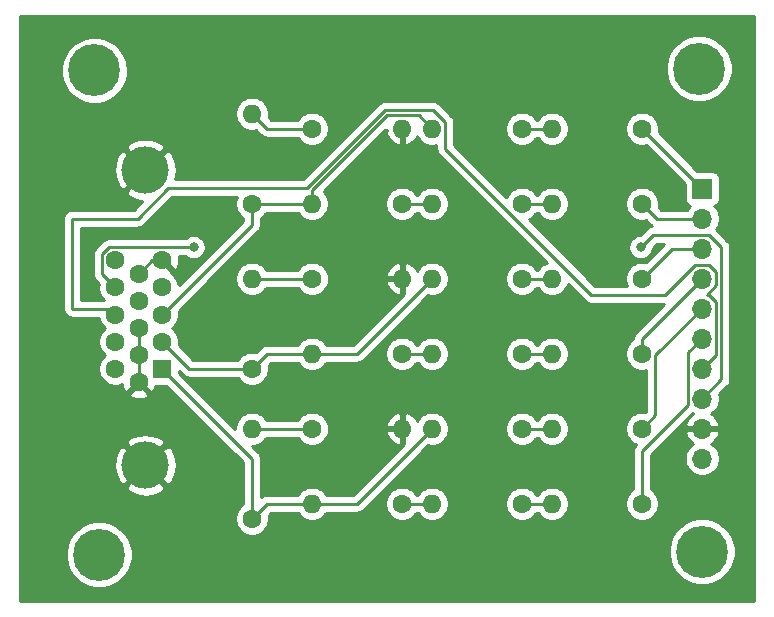
<source format=gbr>
%TF.GenerationSoftware,KiCad,Pcbnew,5.1.6+dfsg1-1*%
%TF.CreationDate,2021-01-03T21:19:59-08:00*%
%TF.ProjectId,KiCAD-VGA,4b694341-442d-4564-9741-2e6b69636164,rev?*%
%TF.SameCoordinates,Original*%
%TF.FileFunction,Copper,L2,Bot*%
%TF.FilePolarity,Positive*%
%FSLAX46Y46*%
G04 Gerber Fmt 4.6, Leading zero omitted, Abs format (unit mm)*
G04 Created by KiCad (PCBNEW 5.1.6+dfsg1-1) date 2021-01-03 21:19:59*
%MOMM*%
%LPD*%
G01*
G04 APERTURE LIST*
%TA.AperFunction,ComponentPad*%
%ADD10C,4.000000*%
%TD*%
%TA.AperFunction,ComponentPad*%
%ADD11C,1.600000*%
%TD*%
%TA.AperFunction,ComponentPad*%
%ADD12R,1.600000X1.600000*%
%TD*%
%TA.AperFunction,ComponentPad*%
%ADD13C,4.400000*%
%TD*%
%TA.AperFunction,ComponentPad*%
%ADD14C,0.700000*%
%TD*%
%TA.AperFunction,ComponentPad*%
%ADD15O,1.600000X1.600000*%
%TD*%
%TA.AperFunction,ComponentPad*%
%ADD16O,1.700000X1.700000*%
%TD*%
%TA.AperFunction,ComponentPad*%
%ADD17R,1.700000X1.700000*%
%TD*%
%TA.AperFunction,ViaPad*%
%ADD18C,0.800000*%
%TD*%
%TA.AperFunction,Conductor*%
%ADD19C,0.250000*%
%TD*%
%TA.AperFunction,Conductor*%
%ADD20C,0.254000*%
%TD*%
G04 APERTURE END LIST*
D10*
%TO.P,J2,0*%
%TO.N,GNDREF*%
X135740000Y-84385000D03*
X135740000Y-59385000D03*
D11*
%TO.P,J2,15*%
%TO.N,N/C*%
X133200000Y-67040000D03*
%TO.P,J2,14*%
%TO.N,/VSync*%
X133200000Y-69330000D03*
%TO.P,J2,13*%
%TO.N,/HSync*%
X133200000Y-71620000D03*
%TO.P,J2,12*%
%TO.N,N/C*%
X133200000Y-73910000D03*
%TO.P,J2,11*%
X133200000Y-76200000D03*
%TO.P,J2,10*%
%TO.N,GNDREF*%
X135180000Y-68185000D03*
%TO.P,J2,9*%
%TO.N,N/C*%
X135180000Y-70475000D03*
%TO.P,J2,8*%
%TO.N,GNDREF*%
X135180000Y-72765000D03*
%TO.P,J2,7*%
X135180000Y-75055000D03*
%TO.P,J2,6*%
X135180000Y-77345000D03*
%TO.P,J2,5*%
X137160000Y-67040000D03*
%TO.P,J2,4*%
%TO.N,N/C*%
X137160000Y-69330000D03*
%TO.P,J2,3*%
%TO.N,Net-(J2-Pad3)*%
X137160000Y-71620000D03*
%TO.P,J2,2*%
%TO.N,Net-(J2-Pad2)*%
X137160000Y-73910000D03*
D12*
%TO.P,J2,1*%
%TO.N,Net-(J2-Pad1)*%
X137160000Y-76200000D03*
%TD*%
D13*
%TO.P,H4,1*%
%TO.N,N/C*%
X182880000Y-91694000D03*
D14*
X184530000Y-91694000D03*
X184046726Y-92860726D03*
X182880000Y-93344000D03*
X181713274Y-92860726D03*
X181230000Y-91694000D03*
X181713274Y-90527274D03*
X182880000Y-90044000D03*
X184046726Y-90527274D03*
%TD*%
%TO.P,H3,1*%
%TO.N,N/C*%
X183792726Y-49633274D03*
X182626000Y-49150000D03*
X181459274Y-49633274D03*
X180976000Y-50800000D03*
X181459274Y-51966726D03*
X182626000Y-52450000D03*
X183792726Y-51966726D03*
X184276000Y-50800000D03*
D13*
X182626000Y-50800000D03*
%TD*%
D14*
%TO.P,H2,1*%
%TO.N,N/C*%
X132992726Y-90781274D03*
X131826000Y-90298000D03*
X130659274Y-90781274D03*
X130176000Y-91948000D03*
X130659274Y-93114726D03*
X131826000Y-93598000D03*
X132992726Y-93114726D03*
X133476000Y-91948000D03*
D13*
X131826000Y-91948000D03*
%TD*%
D14*
%TO.P,H1,1*%
%TO.N,N/C*%
X132588000Y-49784000D03*
X131421274Y-49300726D03*
X130254548Y-49784000D03*
X129771274Y-50950726D03*
X130254548Y-52117452D03*
X131421274Y-52600726D03*
X132588000Y-52117452D03*
X133071274Y-50950726D03*
D13*
X131421274Y-50950726D03*
%TD*%
D15*
%TO.P,R21,2*%
%TO.N,GNDREF*%
X157480000Y-55880000D03*
D11*
%TO.P,R21,1*%
%TO.N,Net-(R20-Pad2)*%
X149860000Y-55880000D03*
%TD*%
D15*
%TO.P,R20,2*%
%TO.N,Net-(R20-Pad2)*%
X144780000Y-54610000D03*
D11*
%TO.P,R20,1*%
%TO.N,Net-(J2-Pad3)*%
X144780000Y-62230000D03*
%TD*%
D15*
%TO.P,R19,2*%
%TO.N,GNDREF*%
X157480000Y-68580000D03*
D11*
%TO.P,R19,1*%
%TO.N,Net-(R18-Pad2)*%
X149860000Y-68580000D03*
%TD*%
D15*
%TO.P,R18,2*%
%TO.N,Net-(R18-Pad2)*%
X144780000Y-68580000D03*
D11*
%TO.P,R18,1*%
%TO.N,Net-(J2-Pad2)*%
X144780000Y-76200000D03*
%TD*%
D15*
%TO.P,R17,2*%
%TO.N,GNDREF*%
X157480000Y-81280000D03*
D11*
%TO.P,R17,1*%
%TO.N,Net-(R16-Pad2)*%
X149860000Y-81280000D03*
%TD*%
D15*
%TO.P,R16,2*%
%TO.N,Net-(R16-Pad2)*%
X144780000Y-81280000D03*
D11*
%TO.P,R16,1*%
%TO.N,Net-(J2-Pad1)*%
X144780000Y-88900000D03*
%TD*%
D15*
%TO.P,R15,2*%
%TO.N,Net-(J2-Pad3)*%
X160020000Y-55880000D03*
D11*
%TO.P,R15,1*%
%TO.N,Net-(R15-Pad1)*%
X167640000Y-55880000D03*
%TD*%
D15*
%TO.P,R14,2*%
%TO.N,Net-(J2-Pad3)*%
X149860000Y-62230000D03*
D11*
%TO.P,R14,1*%
%TO.N,Net-(R14-Pad1)*%
X157480000Y-62230000D03*
%TD*%
D15*
%TO.P,R13,2*%
%TO.N,Net-(J2-Pad2)*%
X160020000Y-68580000D03*
D11*
%TO.P,R13,1*%
%TO.N,Net-(R13-Pad1)*%
X167640000Y-68580000D03*
%TD*%
D15*
%TO.P,R12,2*%
%TO.N,Net-(J2-Pad2)*%
X149860000Y-74930000D03*
D11*
%TO.P,R12,1*%
%TO.N,Net-(R12-Pad1)*%
X157480000Y-74930000D03*
%TD*%
D15*
%TO.P,R11,2*%
%TO.N,Net-(J2-Pad1)*%
X160020000Y-81280000D03*
D11*
%TO.P,R11,1*%
%TO.N,Net-(R11-Pad1)*%
X167640000Y-81280000D03*
%TD*%
D15*
%TO.P,R10,2*%
%TO.N,Net-(J2-Pad1)*%
X149860000Y-87630000D03*
D11*
%TO.P,R10,1*%
%TO.N,Net-(R10-Pad1)*%
X157480000Y-87630000D03*
%TD*%
D15*
%TO.P,R9,2*%
%TO.N,Net-(R14-Pad1)*%
X160020000Y-62230000D03*
D11*
%TO.P,R9,1*%
%TO.N,Net-(R5-Pad2)*%
X167640000Y-62230000D03*
%TD*%
D15*
%TO.P,R8,2*%
%TO.N,Net-(R12-Pad1)*%
X160020000Y-74930000D03*
D11*
%TO.P,R8,1*%
%TO.N,Net-(R3-Pad2)*%
X167640000Y-74930000D03*
%TD*%
D15*
%TO.P,R7,2*%
%TO.N,Net-(R10-Pad1)*%
X160020000Y-87630000D03*
D11*
%TO.P,R7,1*%
%TO.N,Net-(R1-Pad2)*%
X167640000Y-87630000D03*
%TD*%
D15*
%TO.P,R6,2*%
%TO.N,Net-(R15-Pad1)*%
X170180000Y-55880000D03*
D11*
%TO.P,R6,1*%
%TO.N,/B1*%
X177800000Y-55880000D03*
%TD*%
D15*
%TO.P,R5,2*%
%TO.N,Net-(R5-Pad2)*%
X170180000Y-62230000D03*
D11*
%TO.P,R5,1*%
%TO.N,/B0*%
X177800000Y-62230000D03*
%TD*%
D15*
%TO.P,R4,2*%
%TO.N,Net-(R13-Pad1)*%
X170180000Y-68580000D03*
D11*
%TO.P,R4,1*%
%TO.N,/G1*%
X177800000Y-68580000D03*
%TD*%
D15*
%TO.P,R3,2*%
%TO.N,Net-(R3-Pad2)*%
X170180000Y-74930000D03*
D11*
%TO.P,R3,1*%
%TO.N,/G0*%
X177800000Y-74930000D03*
%TD*%
D15*
%TO.P,R2,2*%
%TO.N,Net-(R11-Pad1)*%
X170180000Y-81280000D03*
D11*
%TO.P,R2,1*%
%TO.N,/R1*%
X177800000Y-81280000D03*
%TD*%
D15*
%TO.P,R1,2*%
%TO.N,Net-(R1-Pad2)*%
X170180000Y-87630000D03*
D11*
%TO.P,R1,1*%
%TO.N,/R0*%
X177800000Y-87630000D03*
%TD*%
D16*
%TO.P,J1,10*%
%TO.N,N/C*%
X182880000Y-83820000D03*
%TO.P,J1,9*%
%TO.N,GNDREF*%
X182880000Y-81280000D03*
%TO.P,J1,8*%
%TO.N,/VSync*%
X182880000Y-78740000D03*
%TO.P,J1,7*%
%TO.N,/HSync*%
X182880000Y-76200000D03*
%TO.P,J1,6*%
%TO.N,/R0*%
X182880000Y-73660000D03*
%TO.P,J1,5*%
%TO.N,/R1*%
X182880000Y-71120000D03*
%TO.P,J1,4*%
%TO.N,/G0*%
X182880000Y-68580000D03*
%TO.P,J1,3*%
%TO.N,/G1*%
X182880000Y-66040000D03*
%TO.P,J1,2*%
%TO.N,/B0*%
X182880000Y-63500000D03*
D17*
%TO.P,J1,1*%
%TO.N,/B1*%
X182880000Y-60960000D03*
%TD*%
D18*
%TO.N,GNDREF*%
X180340000Y-93980000D03*
X134620000Y-93980000D03*
X134620000Y-53340000D03*
X177800000Y-53340000D03*
%TO.N,/VSync*%
X139825001Y-65914999D03*
X177674999Y-65914999D03*
%TD*%
D19*
%TO.N,GNDREF*%
X136325000Y-67040000D02*
X135180000Y-68185000D01*
X137160000Y-67040000D02*
X136325000Y-67040000D01*
X135180000Y-72765000D02*
X135180000Y-75055000D01*
X135180000Y-75055000D02*
X135180000Y-77345000D01*
%TO.N,/VSync*%
X132659999Y-65914999D02*
X139825001Y-65914999D01*
X132074999Y-66499999D02*
X132659999Y-65914999D01*
X132074999Y-68204999D02*
X132074999Y-66499999D01*
X133200000Y-69330000D02*
X132074999Y-68204999D01*
X139825001Y-65914999D02*
X139825001Y-65914999D01*
X184505010Y-77114990D02*
X182880000Y-78740000D01*
X183444001Y-64864999D02*
X184505010Y-65926008D01*
X184505010Y-65926008D02*
X184505010Y-77114990D01*
X178724999Y-64864999D02*
X183444001Y-64864999D01*
X177674999Y-65914999D02*
X178724999Y-64864999D01*
%TO.N,/HSync*%
X137662769Y-60912229D02*
X135074998Y-63500000D01*
X149409991Y-60912229D02*
X137662769Y-60912229D01*
X156017231Y-54304989D02*
X149409991Y-60912229D01*
X160109991Y-54304989D02*
X156017231Y-54304989D01*
X183444001Y-69944999D02*
X183254003Y-69944999D01*
X182880000Y-76200000D02*
X184055001Y-75024999D01*
X183254003Y-69944999D02*
X184055001Y-69144001D01*
X184055001Y-75024999D02*
X184055001Y-70555999D01*
X184055001Y-70555999D02*
X183444001Y-69944999D01*
X184055001Y-69144001D02*
X184055001Y-68015999D01*
X184055001Y-68015999D02*
X183444001Y-67404999D01*
X183444001Y-67404999D02*
X182315999Y-67404999D01*
X182315999Y-67404999D02*
X179775999Y-69944999D01*
X179775999Y-69944999D02*
X173499999Y-69944999D01*
X173499999Y-69944999D02*
X161145001Y-57590001D01*
X161145001Y-57590001D02*
X161145001Y-55339999D01*
X161145001Y-55339999D02*
X160109991Y-54304989D01*
X135074998Y-63500000D02*
X129540000Y-63500000D01*
X129540000Y-63500000D02*
X129540000Y-71120000D01*
X132700000Y-71120000D02*
X133200000Y-71620000D01*
X129540000Y-71120000D02*
X132700000Y-71120000D01*
%TO.N,/R0*%
X181704999Y-74835001D02*
X182880000Y-73660000D01*
X181704999Y-79278591D02*
X181704999Y-74835001D01*
X177800000Y-83183590D02*
X181704999Y-79278591D01*
X177800000Y-87630000D02*
X177800000Y-83183590D01*
%TO.N,/R1*%
X178925001Y-80154999D02*
X177800000Y-81280000D01*
X178925001Y-75074999D02*
X178925001Y-80154999D01*
X182880000Y-71120000D02*
X178925001Y-75074999D01*
%TO.N,/G0*%
X177800000Y-73660000D02*
X177800000Y-74930000D01*
X182880000Y-68580000D02*
X177800000Y-73660000D01*
%TO.N,/G1*%
X180340000Y-66040000D02*
X177800000Y-68580000D01*
X182880000Y-66040000D02*
X180340000Y-66040000D01*
%TO.N,/B0*%
X179070000Y-63500000D02*
X177800000Y-62230000D01*
X182880000Y-63500000D02*
X179070000Y-63500000D01*
%TO.N,/B1*%
X182880000Y-60960000D02*
X177800000Y-55880000D01*
%TO.N,Net-(J2-Pad3)*%
X149860000Y-62230000D02*
X144780000Y-62230000D01*
X149860000Y-61098630D02*
X149860000Y-62230000D01*
X156203631Y-54754999D02*
X149860000Y-61098630D01*
X158894999Y-54754999D02*
X156203631Y-54754999D01*
X160020000Y-55880000D02*
X158894999Y-54754999D01*
X144780000Y-64000000D02*
X137160000Y-71620000D01*
X144780000Y-62230000D02*
X144780000Y-64000000D01*
%TO.N,Net-(J2-Pad2)*%
X146050000Y-74930000D02*
X144780000Y-76200000D01*
X149860000Y-74930000D02*
X146050000Y-74930000D01*
X139450000Y-76200000D02*
X137160000Y-73910000D01*
X144780000Y-76200000D02*
X139450000Y-76200000D01*
X153670000Y-74930000D02*
X160020000Y-68580000D01*
X149860000Y-74930000D02*
X153670000Y-74930000D01*
%TO.N,Net-(J2-Pad1)*%
X146050000Y-87630000D02*
X144780000Y-88900000D01*
X149860000Y-87630000D02*
X146050000Y-87630000D01*
X153670000Y-87630000D02*
X160020000Y-81280000D01*
X149860000Y-87630000D02*
X153670000Y-87630000D01*
X144780000Y-83820000D02*
X137160000Y-76200000D01*
X144780000Y-88900000D02*
X144780000Y-83820000D01*
%TO.N,Net-(R1-Pad2)*%
X170180000Y-87630000D02*
X167640000Y-87630000D01*
%TO.N,Net-(R11-Pad1)*%
X170180000Y-81280000D02*
X167640000Y-81280000D01*
%TO.N,Net-(R3-Pad2)*%
X170180000Y-74930000D02*
X167640000Y-74930000D01*
%TO.N,Net-(R13-Pad1)*%
X170180000Y-68580000D02*
X167640000Y-68580000D01*
%TO.N,Net-(R5-Pad2)*%
X170180000Y-62230000D02*
X167640000Y-62230000D01*
%TO.N,Net-(R15-Pad1)*%
X170180000Y-55880000D02*
X167640000Y-55880000D01*
%TO.N,Net-(R10-Pad1)*%
X160020000Y-87630000D02*
X157480000Y-87630000D01*
%TO.N,Net-(R12-Pad1)*%
X160020000Y-74930000D02*
X157480000Y-74930000D01*
%TO.N,Net-(R14-Pad1)*%
X160020000Y-62230000D02*
X157480000Y-62230000D01*
%TO.N,Net-(R16-Pad2)*%
X149860000Y-81280000D02*
X144780000Y-81280000D01*
%TO.N,Net-(R18-Pad2)*%
X149860000Y-68580000D02*
X144780000Y-68580000D01*
%TO.N,Net-(R20-Pad2)*%
X146050000Y-55880000D02*
X144780000Y-54610000D01*
X149860000Y-55880000D02*
X146050000Y-55880000D01*
%TD*%
D20*
%TO.N,GNDREF*%
G36*
X187300001Y-95860000D02*
G01*
X125120000Y-95860000D01*
X125120000Y-91668777D01*
X128991000Y-91668777D01*
X128991000Y-92227223D01*
X129099948Y-92774939D01*
X129313656Y-93290876D01*
X129623912Y-93755207D01*
X130018793Y-94150088D01*
X130483124Y-94460344D01*
X130999061Y-94674052D01*
X131546777Y-94783000D01*
X132105223Y-94783000D01*
X132652939Y-94674052D01*
X133168876Y-94460344D01*
X133633207Y-94150088D01*
X134028088Y-93755207D01*
X134338344Y-93290876D01*
X134552052Y-92774939D01*
X134661000Y-92227223D01*
X134661000Y-91668777D01*
X134610477Y-91414777D01*
X180045000Y-91414777D01*
X180045000Y-91973223D01*
X180153948Y-92520939D01*
X180367656Y-93036876D01*
X180677912Y-93501207D01*
X181072793Y-93896088D01*
X181537124Y-94206344D01*
X182053061Y-94420052D01*
X182600777Y-94529000D01*
X183159223Y-94529000D01*
X183706939Y-94420052D01*
X184222876Y-94206344D01*
X184687207Y-93896088D01*
X185082088Y-93501207D01*
X185392344Y-93036876D01*
X185606052Y-92520939D01*
X185715000Y-91973223D01*
X185715000Y-91414777D01*
X185606052Y-90867061D01*
X185392344Y-90351124D01*
X185082088Y-89886793D01*
X184687207Y-89491912D01*
X184222876Y-89181656D01*
X183706939Y-88967948D01*
X183159223Y-88859000D01*
X182600777Y-88859000D01*
X182053061Y-88967948D01*
X181537124Y-89181656D01*
X181072793Y-89491912D01*
X180677912Y-89886793D01*
X180367656Y-90351124D01*
X180153948Y-90867061D01*
X180045000Y-91414777D01*
X134610477Y-91414777D01*
X134552052Y-91121061D01*
X134338344Y-90605124D01*
X134028088Y-90140793D01*
X133633207Y-89745912D01*
X133168876Y-89435656D01*
X132652939Y-89221948D01*
X132105223Y-89113000D01*
X131546777Y-89113000D01*
X130999061Y-89221948D01*
X130483124Y-89435656D01*
X130018793Y-89745912D01*
X129623912Y-90140793D01*
X129313656Y-90605124D01*
X129099948Y-91121061D01*
X128991000Y-91668777D01*
X125120000Y-91668777D01*
X125120000Y-86232499D01*
X134072106Y-86232499D01*
X134288228Y-86599258D01*
X134748105Y-86839938D01*
X135246098Y-86986275D01*
X135763071Y-87032648D01*
X136279159Y-86977273D01*
X136774526Y-86822279D01*
X137191772Y-86599258D01*
X137407894Y-86232499D01*
X135740000Y-84564605D01*
X134072106Y-86232499D01*
X125120000Y-86232499D01*
X125120000Y-84408071D01*
X133092352Y-84408071D01*
X133147727Y-84924159D01*
X133302721Y-85419526D01*
X133525742Y-85836772D01*
X133892501Y-86052894D01*
X135560395Y-84385000D01*
X135919605Y-84385000D01*
X137587499Y-86052894D01*
X137954258Y-85836772D01*
X138194938Y-85376895D01*
X138341275Y-84878902D01*
X138387648Y-84361929D01*
X138332273Y-83845841D01*
X138177279Y-83350474D01*
X137954258Y-82933228D01*
X137587499Y-82717106D01*
X135919605Y-84385000D01*
X135560395Y-84385000D01*
X133892501Y-82717106D01*
X133525742Y-82933228D01*
X133285062Y-83393105D01*
X133138725Y-83891098D01*
X133092352Y-84408071D01*
X125120000Y-84408071D01*
X125120000Y-82537501D01*
X134072106Y-82537501D01*
X135740000Y-84205395D01*
X137407894Y-82537501D01*
X137191772Y-82170742D01*
X136731895Y-81930062D01*
X136233902Y-81783725D01*
X135716929Y-81737352D01*
X135200841Y-81792727D01*
X134705474Y-81947721D01*
X134288228Y-82170742D01*
X134072106Y-82537501D01*
X125120000Y-82537501D01*
X125120000Y-78337702D01*
X134366903Y-78337702D01*
X134438486Y-78581671D01*
X134693996Y-78702571D01*
X134968184Y-78771300D01*
X135250512Y-78785217D01*
X135530130Y-78743787D01*
X135796292Y-78648603D01*
X135921514Y-78581671D01*
X135993097Y-78337702D01*
X135180000Y-77524605D01*
X134366903Y-78337702D01*
X125120000Y-78337702D01*
X125120000Y-63500000D01*
X128776323Y-63500000D01*
X128780000Y-63537333D01*
X128780001Y-71082657D01*
X128776323Y-71120000D01*
X128790997Y-71268986D01*
X128834454Y-71412247D01*
X128905026Y-71544276D01*
X128999999Y-71660001D01*
X129115724Y-71754974D01*
X129247753Y-71825546D01*
X129391014Y-71869003D01*
X129502667Y-71880000D01*
X129540000Y-71883677D01*
X129577333Y-71880000D01*
X131788604Y-71880000D01*
X131820147Y-72038574D01*
X131928320Y-72299727D01*
X132085363Y-72534759D01*
X132285241Y-72734637D01*
X132330683Y-72765000D01*
X132285241Y-72795363D01*
X132085363Y-72995241D01*
X131928320Y-73230273D01*
X131820147Y-73491426D01*
X131765000Y-73768665D01*
X131765000Y-74051335D01*
X131820147Y-74328574D01*
X131928320Y-74589727D01*
X132085363Y-74824759D01*
X132285241Y-75024637D01*
X132330683Y-75055000D01*
X132285241Y-75085363D01*
X132085363Y-75285241D01*
X131928320Y-75520273D01*
X131820147Y-75781426D01*
X131765000Y-76058665D01*
X131765000Y-76341335D01*
X131820147Y-76618574D01*
X131928320Y-76879727D01*
X132085363Y-77114759D01*
X132285241Y-77314637D01*
X132520273Y-77471680D01*
X132781426Y-77579853D01*
X133058665Y-77635000D01*
X133341335Y-77635000D01*
X133618574Y-77579853D01*
X133755716Y-77523047D01*
X133781213Y-77695130D01*
X133876397Y-77961292D01*
X133943329Y-78086514D01*
X134187298Y-78158097D01*
X135000395Y-77345000D01*
X134986253Y-77330858D01*
X135165858Y-77151253D01*
X135180000Y-77165395D01*
X135194143Y-77151253D01*
X135373748Y-77330858D01*
X135359605Y-77345000D01*
X136172702Y-78158097D01*
X136416671Y-78086514D01*
X136537571Y-77831004D01*
X136585932Y-77638072D01*
X137523271Y-77638072D01*
X144020001Y-84134803D01*
X144020000Y-87681956D01*
X143865241Y-87785363D01*
X143665363Y-87985241D01*
X143508320Y-88220273D01*
X143400147Y-88481426D01*
X143345000Y-88758665D01*
X143345000Y-89041335D01*
X143400147Y-89318574D01*
X143508320Y-89579727D01*
X143665363Y-89814759D01*
X143865241Y-90014637D01*
X144100273Y-90171680D01*
X144361426Y-90279853D01*
X144638665Y-90335000D01*
X144921335Y-90335000D01*
X145198574Y-90279853D01*
X145459727Y-90171680D01*
X145694759Y-90014637D01*
X145894637Y-89814759D01*
X146051680Y-89579727D01*
X146159853Y-89318574D01*
X146215000Y-89041335D01*
X146215000Y-88758665D01*
X146178688Y-88576114D01*
X146364802Y-88390000D01*
X148641957Y-88390000D01*
X148745363Y-88544759D01*
X148945241Y-88744637D01*
X149180273Y-88901680D01*
X149441426Y-89009853D01*
X149718665Y-89065000D01*
X150001335Y-89065000D01*
X150278574Y-89009853D01*
X150539727Y-88901680D01*
X150774759Y-88744637D01*
X150974637Y-88544759D01*
X151078043Y-88390000D01*
X153632678Y-88390000D01*
X153670000Y-88393676D01*
X153707322Y-88390000D01*
X153707333Y-88390000D01*
X153818986Y-88379003D01*
X153962247Y-88335546D01*
X154094276Y-88264974D01*
X154210001Y-88170001D01*
X154233804Y-88140997D01*
X154886136Y-87488665D01*
X156045000Y-87488665D01*
X156045000Y-87771335D01*
X156100147Y-88048574D01*
X156208320Y-88309727D01*
X156365363Y-88544759D01*
X156565241Y-88744637D01*
X156800273Y-88901680D01*
X157061426Y-89009853D01*
X157338665Y-89065000D01*
X157621335Y-89065000D01*
X157898574Y-89009853D01*
X158159727Y-88901680D01*
X158394759Y-88744637D01*
X158594637Y-88544759D01*
X158698043Y-88390000D01*
X158801957Y-88390000D01*
X158905363Y-88544759D01*
X159105241Y-88744637D01*
X159340273Y-88901680D01*
X159601426Y-89009853D01*
X159878665Y-89065000D01*
X160161335Y-89065000D01*
X160438574Y-89009853D01*
X160699727Y-88901680D01*
X160934759Y-88744637D01*
X161134637Y-88544759D01*
X161291680Y-88309727D01*
X161399853Y-88048574D01*
X161455000Y-87771335D01*
X161455000Y-87488665D01*
X166205000Y-87488665D01*
X166205000Y-87771335D01*
X166260147Y-88048574D01*
X166368320Y-88309727D01*
X166525363Y-88544759D01*
X166725241Y-88744637D01*
X166960273Y-88901680D01*
X167221426Y-89009853D01*
X167498665Y-89065000D01*
X167781335Y-89065000D01*
X168058574Y-89009853D01*
X168319727Y-88901680D01*
X168554759Y-88744637D01*
X168754637Y-88544759D01*
X168858043Y-88390000D01*
X168961957Y-88390000D01*
X169065363Y-88544759D01*
X169265241Y-88744637D01*
X169500273Y-88901680D01*
X169761426Y-89009853D01*
X170038665Y-89065000D01*
X170321335Y-89065000D01*
X170598574Y-89009853D01*
X170859727Y-88901680D01*
X171094759Y-88744637D01*
X171294637Y-88544759D01*
X171451680Y-88309727D01*
X171559853Y-88048574D01*
X171615000Y-87771335D01*
X171615000Y-87488665D01*
X171559853Y-87211426D01*
X171451680Y-86950273D01*
X171294637Y-86715241D01*
X171094759Y-86515363D01*
X170859727Y-86358320D01*
X170598574Y-86250147D01*
X170321335Y-86195000D01*
X170038665Y-86195000D01*
X169761426Y-86250147D01*
X169500273Y-86358320D01*
X169265241Y-86515363D01*
X169065363Y-86715241D01*
X168961957Y-86870000D01*
X168858043Y-86870000D01*
X168754637Y-86715241D01*
X168554759Y-86515363D01*
X168319727Y-86358320D01*
X168058574Y-86250147D01*
X167781335Y-86195000D01*
X167498665Y-86195000D01*
X167221426Y-86250147D01*
X166960273Y-86358320D01*
X166725241Y-86515363D01*
X166525363Y-86715241D01*
X166368320Y-86950273D01*
X166260147Y-87211426D01*
X166205000Y-87488665D01*
X161455000Y-87488665D01*
X161399853Y-87211426D01*
X161291680Y-86950273D01*
X161134637Y-86715241D01*
X160934759Y-86515363D01*
X160699727Y-86358320D01*
X160438574Y-86250147D01*
X160161335Y-86195000D01*
X159878665Y-86195000D01*
X159601426Y-86250147D01*
X159340273Y-86358320D01*
X159105241Y-86515363D01*
X158905363Y-86715241D01*
X158801957Y-86870000D01*
X158698043Y-86870000D01*
X158594637Y-86715241D01*
X158394759Y-86515363D01*
X158159727Y-86358320D01*
X157898574Y-86250147D01*
X157621335Y-86195000D01*
X157338665Y-86195000D01*
X157061426Y-86250147D01*
X156800273Y-86358320D01*
X156565241Y-86515363D01*
X156365363Y-86715241D01*
X156208320Y-86950273D01*
X156100147Y-87211426D01*
X156045000Y-87488665D01*
X154886136Y-87488665D01*
X159696114Y-82678688D01*
X159878665Y-82715000D01*
X160161335Y-82715000D01*
X160438574Y-82659853D01*
X160699727Y-82551680D01*
X160934759Y-82394637D01*
X161134637Y-82194759D01*
X161291680Y-81959727D01*
X161399853Y-81698574D01*
X161455000Y-81421335D01*
X161455000Y-81138665D01*
X166205000Y-81138665D01*
X166205000Y-81421335D01*
X166260147Y-81698574D01*
X166368320Y-81959727D01*
X166525363Y-82194759D01*
X166725241Y-82394637D01*
X166960273Y-82551680D01*
X167221426Y-82659853D01*
X167498665Y-82715000D01*
X167781335Y-82715000D01*
X168058574Y-82659853D01*
X168319727Y-82551680D01*
X168554759Y-82394637D01*
X168754637Y-82194759D01*
X168858043Y-82040000D01*
X168961957Y-82040000D01*
X169065363Y-82194759D01*
X169265241Y-82394637D01*
X169500273Y-82551680D01*
X169761426Y-82659853D01*
X170038665Y-82715000D01*
X170321335Y-82715000D01*
X170598574Y-82659853D01*
X170859727Y-82551680D01*
X171094759Y-82394637D01*
X171294637Y-82194759D01*
X171451680Y-81959727D01*
X171559853Y-81698574D01*
X171615000Y-81421335D01*
X171615000Y-81138665D01*
X171559853Y-80861426D01*
X171451680Y-80600273D01*
X171294637Y-80365241D01*
X171094759Y-80165363D01*
X170859727Y-80008320D01*
X170598574Y-79900147D01*
X170321335Y-79845000D01*
X170038665Y-79845000D01*
X169761426Y-79900147D01*
X169500273Y-80008320D01*
X169265241Y-80165363D01*
X169065363Y-80365241D01*
X168961957Y-80520000D01*
X168858043Y-80520000D01*
X168754637Y-80365241D01*
X168554759Y-80165363D01*
X168319727Y-80008320D01*
X168058574Y-79900147D01*
X167781335Y-79845000D01*
X167498665Y-79845000D01*
X167221426Y-79900147D01*
X166960273Y-80008320D01*
X166725241Y-80165363D01*
X166525363Y-80365241D01*
X166368320Y-80600273D01*
X166260147Y-80861426D01*
X166205000Y-81138665D01*
X161455000Y-81138665D01*
X161399853Y-80861426D01*
X161291680Y-80600273D01*
X161134637Y-80365241D01*
X160934759Y-80165363D01*
X160699727Y-80008320D01*
X160438574Y-79900147D01*
X160161335Y-79845000D01*
X159878665Y-79845000D01*
X159601426Y-79900147D01*
X159340273Y-80008320D01*
X159105241Y-80165363D01*
X158905363Y-80365241D01*
X158748320Y-80600273D01*
X158743643Y-80611565D01*
X158711037Y-80542580D01*
X158543519Y-80316586D01*
X158335131Y-80127615D01*
X158093881Y-79982930D01*
X157829040Y-79888091D01*
X157607000Y-80009376D01*
X157607000Y-81153000D01*
X157627000Y-81153000D01*
X157627000Y-81407000D01*
X157607000Y-81407000D01*
X157607000Y-82550624D01*
X157650703Y-82574496D01*
X153355199Y-86870000D01*
X151078043Y-86870000D01*
X150974637Y-86715241D01*
X150774759Y-86515363D01*
X150539727Y-86358320D01*
X150278574Y-86250147D01*
X150001335Y-86195000D01*
X149718665Y-86195000D01*
X149441426Y-86250147D01*
X149180273Y-86358320D01*
X148945241Y-86515363D01*
X148745363Y-86715241D01*
X148641957Y-86870000D01*
X146087322Y-86870000D01*
X146049999Y-86866324D01*
X146012676Y-86870000D01*
X146012667Y-86870000D01*
X145901014Y-86880997D01*
X145757753Y-86924454D01*
X145625724Y-86995026D01*
X145540000Y-87065378D01*
X145540000Y-83857322D01*
X145543676Y-83819999D01*
X145540000Y-83782676D01*
X145540000Y-83782667D01*
X145529003Y-83671014D01*
X145485546Y-83527753D01*
X145414974Y-83395724D01*
X145320001Y-83279999D01*
X145291003Y-83256201D01*
X144749802Y-82715000D01*
X144921335Y-82715000D01*
X145198574Y-82659853D01*
X145459727Y-82551680D01*
X145694759Y-82394637D01*
X145894637Y-82194759D01*
X145998043Y-82040000D01*
X148641957Y-82040000D01*
X148745363Y-82194759D01*
X148945241Y-82394637D01*
X149180273Y-82551680D01*
X149441426Y-82659853D01*
X149718665Y-82715000D01*
X150001335Y-82715000D01*
X150278574Y-82659853D01*
X150539727Y-82551680D01*
X150774759Y-82394637D01*
X150974637Y-82194759D01*
X151131680Y-81959727D01*
X151239853Y-81698574D01*
X151253684Y-81629039D01*
X156088096Y-81629039D01*
X156128754Y-81763087D01*
X156248963Y-82017420D01*
X156416481Y-82243414D01*
X156624869Y-82432385D01*
X156866119Y-82577070D01*
X157130960Y-82671909D01*
X157353000Y-82550624D01*
X157353000Y-81407000D01*
X156210085Y-81407000D01*
X156088096Y-81629039D01*
X151253684Y-81629039D01*
X151295000Y-81421335D01*
X151295000Y-81138665D01*
X151253685Y-80930961D01*
X156088096Y-80930961D01*
X156210085Y-81153000D01*
X157353000Y-81153000D01*
X157353000Y-80009376D01*
X157130960Y-79888091D01*
X156866119Y-79982930D01*
X156624869Y-80127615D01*
X156416481Y-80316586D01*
X156248963Y-80542580D01*
X156128754Y-80796913D01*
X156088096Y-80930961D01*
X151253685Y-80930961D01*
X151239853Y-80861426D01*
X151131680Y-80600273D01*
X150974637Y-80365241D01*
X150774759Y-80165363D01*
X150539727Y-80008320D01*
X150278574Y-79900147D01*
X150001335Y-79845000D01*
X149718665Y-79845000D01*
X149441426Y-79900147D01*
X149180273Y-80008320D01*
X148945241Y-80165363D01*
X148745363Y-80365241D01*
X148641957Y-80520000D01*
X145998043Y-80520000D01*
X145894637Y-80365241D01*
X145694759Y-80165363D01*
X145459727Y-80008320D01*
X145198574Y-79900147D01*
X144921335Y-79845000D01*
X144638665Y-79845000D01*
X144361426Y-79900147D01*
X144100273Y-80008320D01*
X143865241Y-80165363D01*
X143665363Y-80365241D01*
X143508320Y-80600273D01*
X143400147Y-80861426D01*
X143345000Y-81138665D01*
X143345000Y-81310198D01*
X138598072Y-76563271D01*
X138598072Y-76422874D01*
X138886200Y-76711002D01*
X138909999Y-76740001D01*
X138938997Y-76763799D01*
X139025723Y-76834974D01*
X139153759Y-76903411D01*
X139157753Y-76905546D01*
X139301014Y-76949003D01*
X139412667Y-76960000D01*
X139412676Y-76960000D01*
X139449999Y-76963676D01*
X139487322Y-76960000D01*
X143561957Y-76960000D01*
X143665363Y-77114759D01*
X143865241Y-77314637D01*
X144100273Y-77471680D01*
X144361426Y-77579853D01*
X144638665Y-77635000D01*
X144921335Y-77635000D01*
X145198574Y-77579853D01*
X145459727Y-77471680D01*
X145694759Y-77314637D01*
X145894637Y-77114759D01*
X146051680Y-76879727D01*
X146159853Y-76618574D01*
X146215000Y-76341335D01*
X146215000Y-76058665D01*
X146178688Y-75876114D01*
X146364802Y-75690000D01*
X148641957Y-75690000D01*
X148745363Y-75844759D01*
X148945241Y-76044637D01*
X149180273Y-76201680D01*
X149441426Y-76309853D01*
X149718665Y-76365000D01*
X150001335Y-76365000D01*
X150278574Y-76309853D01*
X150539727Y-76201680D01*
X150774759Y-76044637D01*
X150974637Y-75844759D01*
X151078043Y-75690000D01*
X153632678Y-75690000D01*
X153670000Y-75693676D01*
X153707322Y-75690000D01*
X153707333Y-75690000D01*
X153818986Y-75679003D01*
X153962247Y-75635546D01*
X154094276Y-75564974D01*
X154210001Y-75470001D01*
X154233804Y-75440997D01*
X154886136Y-74788665D01*
X156045000Y-74788665D01*
X156045000Y-75071335D01*
X156100147Y-75348574D01*
X156208320Y-75609727D01*
X156365363Y-75844759D01*
X156565241Y-76044637D01*
X156800273Y-76201680D01*
X157061426Y-76309853D01*
X157338665Y-76365000D01*
X157621335Y-76365000D01*
X157898574Y-76309853D01*
X158159727Y-76201680D01*
X158394759Y-76044637D01*
X158594637Y-75844759D01*
X158698043Y-75690000D01*
X158801957Y-75690000D01*
X158905363Y-75844759D01*
X159105241Y-76044637D01*
X159340273Y-76201680D01*
X159601426Y-76309853D01*
X159878665Y-76365000D01*
X160161335Y-76365000D01*
X160438574Y-76309853D01*
X160699727Y-76201680D01*
X160934759Y-76044637D01*
X161134637Y-75844759D01*
X161291680Y-75609727D01*
X161399853Y-75348574D01*
X161455000Y-75071335D01*
X161455000Y-74788665D01*
X166205000Y-74788665D01*
X166205000Y-75071335D01*
X166260147Y-75348574D01*
X166368320Y-75609727D01*
X166525363Y-75844759D01*
X166725241Y-76044637D01*
X166960273Y-76201680D01*
X167221426Y-76309853D01*
X167498665Y-76365000D01*
X167781335Y-76365000D01*
X168058574Y-76309853D01*
X168319727Y-76201680D01*
X168554759Y-76044637D01*
X168754637Y-75844759D01*
X168858043Y-75690000D01*
X168961957Y-75690000D01*
X169065363Y-75844759D01*
X169265241Y-76044637D01*
X169500273Y-76201680D01*
X169761426Y-76309853D01*
X170038665Y-76365000D01*
X170321335Y-76365000D01*
X170598574Y-76309853D01*
X170859727Y-76201680D01*
X171094759Y-76044637D01*
X171294637Y-75844759D01*
X171451680Y-75609727D01*
X171559853Y-75348574D01*
X171615000Y-75071335D01*
X171615000Y-74788665D01*
X171559853Y-74511426D01*
X171451680Y-74250273D01*
X171294637Y-74015241D01*
X171094759Y-73815363D01*
X170859727Y-73658320D01*
X170598574Y-73550147D01*
X170321335Y-73495000D01*
X170038665Y-73495000D01*
X169761426Y-73550147D01*
X169500273Y-73658320D01*
X169265241Y-73815363D01*
X169065363Y-74015241D01*
X168961957Y-74170000D01*
X168858043Y-74170000D01*
X168754637Y-74015241D01*
X168554759Y-73815363D01*
X168319727Y-73658320D01*
X168058574Y-73550147D01*
X167781335Y-73495000D01*
X167498665Y-73495000D01*
X167221426Y-73550147D01*
X166960273Y-73658320D01*
X166725241Y-73815363D01*
X166525363Y-74015241D01*
X166368320Y-74250273D01*
X166260147Y-74511426D01*
X166205000Y-74788665D01*
X161455000Y-74788665D01*
X161399853Y-74511426D01*
X161291680Y-74250273D01*
X161134637Y-74015241D01*
X160934759Y-73815363D01*
X160699727Y-73658320D01*
X160438574Y-73550147D01*
X160161335Y-73495000D01*
X159878665Y-73495000D01*
X159601426Y-73550147D01*
X159340273Y-73658320D01*
X159105241Y-73815363D01*
X158905363Y-74015241D01*
X158801957Y-74170000D01*
X158698043Y-74170000D01*
X158594637Y-74015241D01*
X158394759Y-73815363D01*
X158159727Y-73658320D01*
X157898574Y-73550147D01*
X157621335Y-73495000D01*
X157338665Y-73495000D01*
X157061426Y-73550147D01*
X156800273Y-73658320D01*
X156565241Y-73815363D01*
X156365363Y-74015241D01*
X156208320Y-74250273D01*
X156100147Y-74511426D01*
X156045000Y-74788665D01*
X154886136Y-74788665D01*
X159696114Y-69978688D01*
X159878665Y-70015000D01*
X160161335Y-70015000D01*
X160438574Y-69959853D01*
X160699727Y-69851680D01*
X160934759Y-69694637D01*
X161134637Y-69494759D01*
X161291680Y-69259727D01*
X161399853Y-68998574D01*
X161455000Y-68721335D01*
X161455000Y-68438665D01*
X161399853Y-68161426D01*
X161291680Y-67900273D01*
X161134637Y-67665241D01*
X160934759Y-67465363D01*
X160699727Y-67308320D01*
X160438574Y-67200147D01*
X160161335Y-67145000D01*
X159878665Y-67145000D01*
X159601426Y-67200147D01*
X159340273Y-67308320D01*
X159105241Y-67465363D01*
X158905363Y-67665241D01*
X158748320Y-67900273D01*
X158743643Y-67911565D01*
X158711037Y-67842580D01*
X158543519Y-67616586D01*
X158335131Y-67427615D01*
X158093881Y-67282930D01*
X157829040Y-67188091D01*
X157607000Y-67309376D01*
X157607000Y-68453000D01*
X157627000Y-68453000D01*
X157627000Y-68707000D01*
X157607000Y-68707000D01*
X157607000Y-69850624D01*
X157650703Y-69874496D01*
X153355199Y-74170000D01*
X151078043Y-74170000D01*
X150974637Y-74015241D01*
X150774759Y-73815363D01*
X150539727Y-73658320D01*
X150278574Y-73550147D01*
X150001335Y-73495000D01*
X149718665Y-73495000D01*
X149441426Y-73550147D01*
X149180273Y-73658320D01*
X148945241Y-73815363D01*
X148745363Y-74015241D01*
X148641957Y-74170000D01*
X146087322Y-74170000D01*
X146049999Y-74166324D01*
X146012676Y-74170000D01*
X146012667Y-74170000D01*
X145901014Y-74180997D01*
X145757753Y-74224454D01*
X145625724Y-74295026D01*
X145509999Y-74389999D01*
X145486201Y-74418997D01*
X145103886Y-74801312D01*
X144921335Y-74765000D01*
X144638665Y-74765000D01*
X144361426Y-74820147D01*
X144100273Y-74928320D01*
X143865241Y-75085363D01*
X143665363Y-75285241D01*
X143561957Y-75440000D01*
X139764802Y-75440000D01*
X138558688Y-74233886D01*
X138595000Y-74051335D01*
X138595000Y-73768665D01*
X138539853Y-73491426D01*
X138431680Y-73230273D01*
X138274637Y-72995241D01*
X138074759Y-72795363D01*
X138029317Y-72765000D01*
X138074759Y-72734637D01*
X138274637Y-72534759D01*
X138431680Y-72299727D01*
X138539853Y-72038574D01*
X138595000Y-71761335D01*
X138595000Y-71478665D01*
X138558688Y-71296113D01*
X141416136Y-68438665D01*
X143345000Y-68438665D01*
X143345000Y-68721335D01*
X143400147Y-68998574D01*
X143508320Y-69259727D01*
X143665363Y-69494759D01*
X143865241Y-69694637D01*
X144100273Y-69851680D01*
X144361426Y-69959853D01*
X144638665Y-70015000D01*
X144921335Y-70015000D01*
X145198574Y-69959853D01*
X145459727Y-69851680D01*
X145694759Y-69694637D01*
X145894637Y-69494759D01*
X145998043Y-69340000D01*
X148641957Y-69340000D01*
X148745363Y-69494759D01*
X148945241Y-69694637D01*
X149180273Y-69851680D01*
X149441426Y-69959853D01*
X149718665Y-70015000D01*
X150001335Y-70015000D01*
X150278574Y-69959853D01*
X150539727Y-69851680D01*
X150774759Y-69694637D01*
X150974637Y-69494759D01*
X151131680Y-69259727D01*
X151239853Y-68998574D01*
X151253684Y-68929039D01*
X156088096Y-68929039D01*
X156128754Y-69063087D01*
X156248963Y-69317420D01*
X156416481Y-69543414D01*
X156624869Y-69732385D01*
X156866119Y-69877070D01*
X157130960Y-69971909D01*
X157353000Y-69850624D01*
X157353000Y-68707000D01*
X156210085Y-68707000D01*
X156088096Y-68929039D01*
X151253684Y-68929039D01*
X151295000Y-68721335D01*
X151295000Y-68438665D01*
X151253685Y-68230961D01*
X156088096Y-68230961D01*
X156210085Y-68453000D01*
X157353000Y-68453000D01*
X157353000Y-67309376D01*
X157130960Y-67188091D01*
X156866119Y-67282930D01*
X156624869Y-67427615D01*
X156416481Y-67616586D01*
X156248963Y-67842580D01*
X156128754Y-68096913D01*
X156088096Y-68230961D01*
X151253685Y-68230961D01*
X151239853Y-68161426D01*
X151131680Y-67900273D01*
X150974637Y-67665241D01*
X150774759Y-67465363D01*
X150539727Y-67308320D01*
X150278574Y-67200147D01*
X150001335Y-67145000D01*
X149718665Y-67145000D01*
X149441426Y-67200147D01*
X149180273Y-67308320D01*
X148945241Y-67465363D01*
X148745363Y-67665241D01*
X148641957Y-67820000D01*
X145998043Y-67820000D01*
X145894637Y-67665241D01*
X145694759Y-67465363D01*
X145459727Y-67308320D01*
X145198574Y-67200147D01*
X144921335Y-67145000D01*
X144638665Y-67145000D01*
X144361426Y-67200147D01*
X144100273Y-67308320D01*
X143865241Y-67465363D01*
X143665363Y-67665241D01*
X143508320Y-67900273D01*
X143400147Y-68161426D01*
X143345000Y-68438665D01*
X141416136Y-68438665D01*
X145291003Y-64563799D01*
X145320001Y-64540001D01*
X145414974Y-64424276D01*
X145485546Y-64292247D01*
X145529003Y-64148986D01*
X145540000Y-64037333D01*
X145540000Y-64037324D01*
X145543676Y-64000001D01*
X145540000Y-63962678D01*
X145540000Y-63448043D01*
X145694759Y-63344637D01*
X145894637Y-63144759D01*
X145998043Y-62990000D01*
X148641957Y-62990000D01*
X148745363Y-63144759D01*
X148945241Y-63344637D01*
X149180273Y-63501680D01*
X149441426Y-63609853D01*
X149718665Y-63665000D01*
X150001335Y-63665000D01*
X150278574Y-63609853D01*
X150539727Y-63501680D01*
X150774759Y-63344637D01*
X150974637Y-63144759D01*
X151131680Y-62909727D01*
X151239853Y-62648574D01*
X151295000Y-62371335D01*
X151295000Y-62088665D01*
X156045000Y-62088665D01*
X156045000Y-62371335D01*
X156100147Y-62648574D01*
X156208320Y-62909727D01*
X156365363Y-63144759D01*
X156565241Y-63344637D01*
X156800273Y-63501680D01*
X157061426Y-63609853D01*
X157338665Y-63665000D01*
X157621335Y-63665000D01*
X157898574Y-63609853D01*
X158159727Y-63501680D01*
X158394759Y-63344637D01*
X158594637Y-63144759D01*
X158698043Y-62990000D01*
X158801957Y-62990000D01*
X158905363Y-63144759D01*
X159105241Y-63344637D01*
X159340273Y-63501680D01*
X159601426Y-63609853D01*
X159878665Y-63665000D01*
X160161335Y-63665000D01*
X160438574Y-63609853D01*
X160699727Y-63501680D01*
X160934759Y-63344637D01*
X161134637Y-63144759D01*
X161291680Y-62909727D01*
X161399853Y-62648574D01*
X161455000Y-62371335D01*
X161455000Y-62088665D01*
X161399853Y-61811426D01*
X161291680Y-61550273D01*
X161134637Y-61315241D01*
X160934759Y-61115363D01*
X160699727Y-60958320D01*
X160438574Y-60850147D01*
X160161335Y-60795000D01*
X159878665Y-60795000D01*
X159601426Y-60850147D01*
X159340273Y-60958320D01*
X159105241Y-61115363D01*
X158905363Y-61315241D01*
X158801957Y-61470000D01*
X158698043Y-61470000D01*
X158594637Y-61315241D01*
X158394759Y-61115363D01*
X158159727Y-60958320D01*
X157898574Y-60850147D01*
X157621335Y-60795000D01*
X157338665Y-60795000D01*
X157061426Y-60850147D01*
X156800273Y-60958320D01*
X156565241Y-61115363D01*
X156365363Y-61315241D01*
X156208320Y-61550273D01*
X156100147Y-61811426D01*
X156045000Y-62088665D01*
X151295000Y-62088665D01*
X151239853Y-61811426D01*
X151131680Y-61550273D01*
X150974637Y-61315241D01*
X150846414Y-61187018D01*
X156045000Y-55988432D01*
X156045000Y-56007002D01*
X156210084Y-56007002D01*
X156088096Y-56229039D01*
X156128754Y-56363087D01*
X156248963Y-56617420D01*
X156416481Y-56843414D01*
X156624869Y-57032385D01*
X156866119Y-57177070D01*
X157130960Y-57271909D01*
X157353000Y-57150624D01*
X157353000Y-56007000D01*
X157333000Y-56007000D01*
X157333000Y-55753000D01*
X157353000Y-55753000D01*
X157353000Y-55733000D01*
X157607000Y-55733000D01*
X157607000Y-55753000D01*
X157627000Y-55753000D01*
X157627000Y-56007000D01*
X157607000Y-56007000D01*
X157607000Y-57150624D01*
X157829040Y-57271909D01*
X158093881Y-57177070D01*
X158335131Y-57032385D01*
X158543519Y-56843414D01*
X158711037Y-56617420D01*
X158743643Y-56548435D01*
X158748320Y-56559727D01*
X158905363Y-56794759D01*
X159105241Y-56994637D01*
X159340273Y-57151680D01*
X159601426Y-57259853D01*
X159878665Y-57315000D01*
X160161335Y-57315000D01*
X160385001Y-57270509D01*
X160385001Y-57552678D01*
X160381325Y-57590001D01*
X160385001Y-57627323D01*
X160385001Y-57627333D01*
X160395998Y-57738986D01*
X160439455Y-57882247D01*
X160510027Y-58014277D01*
X160549872Y-58062827D01*
X160605000Y-58130002D01*
X160634004Y-58153805D01*
X169704093Y-67223895D01*
X169500273Y-67308320D01*
X169265241Y-67465363D01*
X169065363Y-67665241D01*
X168961957Y-67820000D01*
X168858043Y-67820000D01*
X168754637Y-67665241D01*
X168554759Y-67465363D01*
X168319727Y-67308320D01*
X168058574Y-67200147D01*
X167781335Y-67145000D01*
X167498665Y-67145000D01*
X167221426Y-67200147D01*
X166960273Y-67308320D01*
X166725241Y-67465363D01*
X166525363Y-67665241D01*
X166368320Y-67900273D01*
X166260147Y-68161426D01*
X166205000Y-68438665D01*
X166205000Y-68721335D01*
X166260147Y-68998574D01*
X166368320Y-69259727D01*
X166525363Y-69494759D01*
X166725241Y-69694637D01*
X166960273Y-69851680D01*
X167221426Y-69959853D01*
X167498665Y-70015000D01*
X167781335Y-70015000D01*
X168058574Y-69959853D01*
X168319727Y-69851680D01*
X168554759Y-69694637D01*
X168754637Y-69494759D01*
X168858043Y-69340000D01*
X168961957Y-69340000D01*
X169065363Y-69494759D01*
X169265241Y-69694637D01*
X169500273Y-69851680D01*
X169761426Y-69959853D01*
X170038665Y-70015000D01*
X170321335Y-70015000D01*
X170598574Y-69959853D01*
X170859727Y-69851680D01*
X171094759Y-69694637D01*
X171294637Y-69494759D01*
X171451680Y-69259727D01*
X171536105Y-69055907D01*
X172936199Y-70456001D01*
X172959998Y-70485000D01*
X173075723Y-70579973D01*
X173207752Y-70650545D01*
X173351013Y-70694002D01*
X173462666Y-70704999D01*
X173462674Y-70704999D01*
X173499999Y-70708675D01*
X173537324Y-70704999D01*
X179680200Y-70704999D01*
X177289003Y-73096196D01*
X177259999Y-73119999D01*
X177204871Y-73187174D01*
X177165026Y-73235724D01*
X177105974Y-73346201D01*
X177094454Y-73367754D01*
X177050997Y-73511015D01*
X177040000Y-73622668D01*
X177040000Y-73622678D01*
X177036324Y-73660000D01*
X177040000Y-73697323D01*
X177040000Y-73711957D01*
X176885241Y-73815363D01*
X176685363Y-74015241D01*
X176528320Y-74250273D01*
X176420147Y-74511426D01*
X176365000Y-74788665D01*
X176365000Y-75071335D01*
X176420147Y-75348574D01*
X176528320Y-75609727D01*
X176685363Y-75844759D01*
X176885241Y-76044637D01*
X177120273Y-76201680D01*
X177381426Y-76309853D01*
X177658665Y-76365000D01*
X177941335Y-76365000D01*
X178165001Y-76320509D01*
X178165002Y-79840196D01*
X178123886Y-79881312D01*
X177941335Y-79845000D01*
X177658665Y-79845000D01*
X177381426Y-79900147D01*
X177120273Y-80008320D01*
X176885241Y-80165363D01*
X176685363Y-80365241D01*
X176528320Y-80600273D01*
X176420147Y-80861426D01*
X176365000Y-81138665D01*
X176365000Y-81421335D01*
X176420147Y-81698574D01*
X176528320Y-81959727D01*
X176685363Y-82194759D01*
X176885241Y-82394637D01*
X177120273Y-82551680D01*
X177287559Y-82620972D01*
X177260000Y-82643589D01*
X177236202Y-82672587D01*
X177236201Y-82672588D01*
X177165026Y-82759314D01*
X177094454Y-82891344D01*
X177050998Y-83034605D01*
X177036324Y-83183590D01*
X177040001Y-83220922D01*
X177040000Y-86411956D01*
X176885241Y-86515363D01*
X176685363Y-86715241D01*
X176528320Y-86950273D01*
X176420147Y-87211426D01*
X176365000Y-87488665D01*
X176365000Y-87771335D01*
X176420147Y-88048574D01*
X176528320Y-88309727D01*
X176685363Y-88544759D01*
X176885241Y-88744637D01*
X177120273Y-88901680D01*
X177381426Y-89009853D01*
X177658665Y-89065000D01*
X177941335Y-89065000D01*
X178218574Y-89009853D01*
X178479727Y-88901680D01*
X178714759Y-88744637D01*
X178914637Y-88544759D01*
X179071680Y-88309727D01*
X179179853Y-88048574D01*
X179235000Y-87771335D01*
X179235000Y-87488665D01*
X179179853Y-87211426D01*
X179071680Y-86950273D01*
X178914637Y-86715241D01*
X178714759Y-86515363D01*
X178560000Y-86411957D01*
X178560000Y-83673740D01*
X181395000Y-83673740D01*
X181395000Y-83966260D01*
X181452068Y-84253158D01*
X181564010Y-84523411D01*
X181726525Y-84766632D01*
X181933368Y-84973475D01*
X182176589Y-85135990D01*
X182446842Y-85247932D01*
X182733740Y-85305000D01*
X183026260Y-85305000D01*
X183313158Y-85247932D01*
X183583411Y-85135990D01*
X183826632Y-84973475D01*
X184033475Y-84766632D01*
X184195990Y-84523411D01*
X184307932Y-84253158D01*
X184365000Y-83966260D01*
X184365000Y-83673740D01*
X184307932Y-83386842D01*
X184195990Y-83116589D01*
X184033475Y-82873368D01*
X183826632Y-82666525D01*
X183644466Y-82544805D01*
X183761355Y-82475178D01*
X183977588Y-82280269D01*
X184151641Y-82046920D01*
X184276825Y-81784099D01*
X184321476Y-81636890D01*
X184200155Y-81407000D01*
X183007000Y-81407000D01*
X183007000Y-81427000D01*
X182753000Y-81427000D01*
X182753000Y-81407000D01*
X181559845Y-81407000D01*
X181438524Y-81636890D01*
X181483175Y-81784099D01*
X181608359Y-82046920D01*
X181782412Y-82280269D01*
X181998645Y-82475178D01*
X182115534Y-82544805D01*
X181933368Y-82666525D01*
X181726525Y-82873368D01*
X181564010Y-83116589D01*
X181452068Y-83386842D01*
X181395000Y-83673740D01*
X178560000Y-83673740D01*
X178560000Y-83498391D01*
X182072171Y-79986220D01*
X182115534Y-80015195D01*
X181998645Y-80084822D01*
X181782412Y-80279731D01*
X181608359Y-80513080D01*
X181483175Y-80775901D01*
X181438524Y-80923110D01*
X181559845Y-81153000D01*
X182753000Y-81153000D01*
X182753000Y-81133000D01*
X183007000Y-81133000D01*
X183007000Y-81153000D01*
X184200155Y-81153000D01*
X184321476Y-80923110D01*
X184276825Y-80775901D01*
X184151641Y-80513080D01*
X183977588Y-80279731D01*
X183761355Y-80084822D01*
X183644466Y-80015195D01*
X183826632Y-79893475D01*
X184033475Y-79686632D01*
X184195990Y-79443411D01*
X184307932Y-79173158D01*
X184365000Y-78886260D01*
X184365000Y-78593740D01*
X184321210Y-78373592D01*
X185016013Y-77678789D01*
X185045011Y-77654991D01*
X185139984Y-77539266D01*
X185210556Y-77407237D01*
X185254013Y-77263976D01*
X185265010Y-77152323D01*
X185265010Y-77152314D01*
X185268686Y-77114991D01*
X185265010Y-77077668D01*
X185265010Y-65963330D01*
X185268686Y-65926007D01*
X185265010Y-65888684D01*
X185265010Y-65888675D01*
X185254013Y-65777022D01*
X185210556Y-65633761D01*
X185139984Y-65501732D01*
X185045011Y-65386007D01*
X185016014Y-65362210D01*
X184060295Y-64406492D01*
X184195990Y-64203411D01*
X184307932Y-63933158D01*
X184365000Y-63646260D01*
X184365000Y-63353740D01*
X184307932Y-63066842D01*
X184195990Y-62796589D01*
X184033475Y-62553368D01*
X183901620Y-62421513D01*
X183974180Y-62399502D01*
X184084494Y-62340537D01*
X184181185Y-62261185D01*
X184260537Y-62164494D01*
X184319502Y-62054180D01*
X184355812Y-61934482D01*
X184368072Y-61810000D01*
X184368072Y-60110000D01*
X184355812Y-59985518D01*
X184319502Y-59865820D01*
X184260537Y-59755506D01*
X184181185Y-59658815D01*
X184084494Y-59579463D01*
X183974180Y-59520498D01*
X183854482Y-59484188D01*
X183730000Y-59471928D01*
X182466730Y-59471928D01*
X179198688Y-56203887D01*
X179235000Y-56021335D01*
X179235000Y-55738665D01*
X179179853Y-55461426D01*
X179071680Y-55200273D01*
X178914637Y-54965241D01*
X178714759Y-54765363D01*
X178479727Y-54608320D01*
X178218574Y-54500147D01*
X177941335Y-54445000D01*
X177658665Y-54445000D01*
X177381426Y-54500147D01*
X177120273Y-54608320D01*
X176885241Y-54765363D01*
X176685363Y-54965241D01*
X176528320Y-55200273D01*
X176420147Y-55461426D01*
X176365000Y-55738665D01*
X176365000Y-56021335D01*
X176420147Y-56298574D01*
X176528320Y-56559727D01*
X176685363Y-56794759D01*
X176885241Y-56994637D01*
X177120273Y-57151680D01*
X177381426Y-57259853D01*
X177658665Y-57315000D01*
X177941335Y-57315000D01*
X178123887Y-57278688D01*
X181391928Y-60546730D01*
X181391928Y-61810000D01*
X181404188Y-61934482D01*
X181440498Y-62054180D01*
X181499463Y-62164494D01*
X181578815Y-62261185D01*
X181675506Y-62340537D01*
X181785820Y-62399502D01*
X181858380Y-62421513D01*
X181726525Y-62553368D01*
X181601822Y-62740000D01*
X179384802Y-62740000D01*
X179198688Y-62553886D01*
X179235000Y-62371335D01*
X179235000Y-62088665D01*
X179179853Y-61811426D01*
X179071680Y-61550273D01*
X178914637Y-61315241D01*
X178714759Y-61115363D01*
X178479727Y-60958320D01*
X178218574Y-60850147D01*
X177941335Y-60795000D01*
X177658665Y-60795000D01*
X177381426Y-60850147D01*
X177120273Y-60958320D01*
X176885241Y-61115363D01*
X176685363Y-61315241D01*
X176528320Y-61550273D01*
X176420147Y-61811426D01*
X176365000Y-62088665D01*
X176365000Y-62371335D01*
X176420147Y-62648574D01*
X176528320Y-62909727D01*
X176685363Y-63144759D01*
X176885241Y-63344637D01*
X177120273Y-63501680D01*
X177381426Y-63609853D01*
X177658665Y-63665000D01*
X177941335Y-63665000D01*
X178123886Y-63628688D01*
X178506201Y-64011003D01*
X178529999Y-64040001D01*
X178617607Y-64111899D01*
X178576013Y-64115996D01*
X178432752Y-64159453D01*
X178300723Y-64230025D01*
X178184998Y-64324998D01*
X178161200Y-64353996D01*
X177635198Y-64879999D01*
X177573060Y-64879999D01*
X177373101Y-64919773D01*
X177184743Y-64997794D01*
X177015225Y-65111062D01*
X176871062Y-65255225D01*
X176757794Y-65424743D01*
X176679773Y-65613101D01*
X176639999Y-65813060D01*
X176639999Y-66016938D01*
X176679773Y-66216897D01*
X176757794Y-66405255D01*
X176871062Y-66574773D01*
X177015225Y-66718936D01*
X177184743Y-66832204D01*
X177373101Y-66910225D01*
X177573060Y-66949999D01*
X177776938Y-66949999D01*
X177976897Y-66910225D01*
X178165255Y-66832204D01*
X178334773Y-66718936D01*
X178478936Y-66574773D01*
X178592204Y-66405255D01*
X178670225Y-66216897D01*
X178709999Y-66016938D01*
X178709999Y-65954800D01*
X179039801Y-65624999D01*
X179680198Y-65624999D01*
X178123886Y-67181312D01*
X177941335Y-67145000D01*
X177658665Y-67145000D01*
X177381426Y-67200147D01*
X177120273Y-67308320D01*
X176885241Y-67465363D01*
X176685363Y-67665241D01*
X176528320Y-67900273D01*
X176420147Y-68161426D01*
X176365000Y-68438665D01*
X176365000Y-68721335D01*
X176420147Y-68998574D01*
X176497367Y-69184999D01*
X173814801Y-69184999D01*
X168186617Y-63556816D01*
X168319727Y-63501680D01*
X168554759Y-63344637D01*
X168754637Y-63144759D01*
X168858043Y-62990000D01*
X168961957Y-62990000D01*
X169065363Y-63144759D01*
X169265241Y-63344637D01*
X169500273Y-63501680D01*
X169761426Y-63609853D01*
X170038665Y-63665000D01*
X170321335Y-63665000D01*
X170598574Y-63609853D01*
X170859727Y-63501680D01*
X171094759Y-63344637D01*
X171294637Y-63144759D01*
X171451680Y-62909727D01*
X171559853Y-62648574D01*
X171615000Y-62371335D01*
X171615000Y-62088665D01*
X171559853Y-61811426D01*
X171451680Y-61550273D01*
X171294637Y-61315241D01*
X171094759Y-61115363D01*
X170859727Y-60958320D01*
X170598574Y-60850147D01*
X170321335Y-60795000D01*
X170038665Y-60795000D01*
X169761426Y-60850147D01*
X169500273Y-60958320D01*
X169265241Y-61115363D01*
X169065363Y-61315241D01*
X168961957Y-61470000D01*
X168858043Y-61470000D01*
X168754637Y-61315241D01*
X168554759Y-61115363D01*
X168319727Y-60958320D01*
X168058574Y-60850147D01*
X167781335Y-60795000D01*
X167498665Y-60795000D01*
X167221426Y-60850147D01*
X166960273Y-60958320D01*
X166725241Y-61115363D01*
X166525363Y-61315241D01*
X166368320Y-61550273D01*
X166313184Y-61683383D01*
X161905001Y-57275200D01*
X161905001Y-55738665D01*
X166205000Y-55738665D01*
X166205000Y-56021335D01*
X166260147Y-56298574D01*
X166368320Y-56559727D01*
X166525363Y-56794759D01*
X166725241Y-56994637D01*
X166960273Y-57151680D01*
X167221426Y-57259853D01*
X167498665Y-57315000D01*
X167781335Y-57315000D01*
X168058574Y-57259853D01*
X168319727Y-57151680D01*
X168554759Y-56994637D01*
X168754637Y-56794759D01*
X168858043Y-56640000D01*
X168961957Y-56640000D01*
X169065363Y-56794759D01*
X169265241Y-56994637D01*
X169500273Y-57151680D01*
X169761426Y-57259853D01*
X170038665Y-57315000D01*
X170321335Y-57315000D01*
X170598574Y-57259853D01*
X170859727Y-57151680D01*
X171094759Y-56994637D01*
X171294637Y-56794759D01*
X171451680Y-56559727D01*
X171559853Y-56298574D01*
X171615000Y-56021335D01*
X171615000Y-55738665D01*
X171559853Y-55461426D01*
X171451680Y-55200273D01*
X171294637Y-54965241D01*
X171094759Y-54765363D01*
X170859727Y-54608320D01*
X170598574Y-54500147D01*
X170321335Y-54445000D01*
X170038665Y-54445000D01*
X169761426Y-54500147D01*
X169500273Y-54608320D01*
X169265241Y-54765363D01*
X169065363Y-54965241D01*
X168961957Y-55120000D01*
X168858043Y-55120000D01*
X168754637Y-54965241D01*
X168554759Y-54765363D01*
X168319727Y-54608320D01*
X168058574Y-54500147D01*
X167781335Y-54445000D01*
X167498665Y-54445000D01*
X167221426Y-54500147D01*
X166960273Y-54608320D01*
X166725241Y-54765363D01*
X166525363Y-54965241D01*
X166368320Y-55200273D01*
X166260147Y-55461426D01*
X166205000Y-55738665D01*
X161905001Y-55738665D01*
X161905001Y-55377321D01*
X161908677Y-55339998D01*
X161905001Y-55302675D01*
X161905001Y-55302666D01*
X161894004Y-55191013D01*
X161850547Y-55047752D01*
X161779975Y-54915723D01*
X161685002Y-54799998D01*
X161656004Y-54776200D01*
X160673795Y-53793991D01*
X160649992Y-53764988D01*
X160534267Y-53670015D01*
X160402238Y-53599443D01*
X160258977Y-53555986D01*
X160147324Y-53544989D01*
X160147313Y-53544989D01*
X160109991Y-53541313D01*
X160072669Y-53544989D01*
X156054553Y-53544989D01*
X156017230Y-53541313D01*
X155979907Y-53544989D01*
X155979898Y-53544989D01*
X155868245Y-53555986D01*
X155724984Y-53599443D01*
X155592955Y-53670015D01*
X155592953Y-53670016D01*
X155592954Y-53670016D01*
X155506227Y-53741190D01*
X155506223Y-53741194D01*
X155477230Y-53764988D01*
X155453436Y-53793981D01*
X149095190Y-60152229D01*
X138260957Y-60152229D01*
X138341275Y-59878902D01*
X138387648Y-59361929D01*
X138332273Y-58845841D01*
X138177279Y-58350474D01*
X137954258Y-57933228D01*
X137587499Y-57717106D01*
X135919605Y-59385000D01*
X135933748Y-59399143D01*
X135754143Y-59578748D01*
X135740000Y-59564605D01*
X134072106Y-61232499D01*
X134288228Y-61599258D01*
X134748105Y-61839938D01*
X135246098Y-61986275D01*
X135491875Y-62008321D01*
X134760197Y-62740000D01*
X129577333Y-62740000D01*
X129540000Y-62736323D01*
X129502667Y-62740000D01*
X129391014Y-62750997D01*
X129247753Y-62794454D01*
X129115724Y-62865026D01*
X128999999Y-62959999D01*
X128905026Y-63075724D01*
X128834454Y-63207753D01*
X128790997Y-63351014D01*
X128776323Y-63500000D01*
X125120000Y-63500000D01*
X125120000Y-59408071D01*
X133092352Y-59408071D01*
X133147727Y-59924159D01*
X133302721Y-60419526D01*
X133525742Y-60836772D01*
X133892501Y-61052894D01*
X135560395Y-59385000D01*
X133892501Y-57717106D01*
X133525742Y-57933228D01*
X133285062Y-58393105D01*
X133138725Y-58891098D01*
X133092352Y-59408071D01*
X125120000Y-59408071D01*
X125120000Y-57537501D01*
X134072106Y-57537501D01*
X135740000Y-59205395D01*
X137407894Y-57537501D01*
X137191772Y-57170742D01*
X136731895Y-56930062D01*
X136233902Y-56783725D01*
X135716929Y-56737352D01*
X135200841Y-56792727D01*
X134705474Y-56947721D01*
X134288228Y-57170742D01*
X134072106Y-57537501D01*
X125120000Y-57537501D01*
X125120000Y-54468665D01*
X143345000Y-54468665D01*
X143345000Y-54751335D01*
X143400147Y-55028574D01*
X143508320Y-55289727D01*
X143665363Y-55524759D01*
X143865241Y-55724637D01*
X144100273Y-55881680D01*
X144361426Y-55989853D01*
X144638665Y-56045000D01*
X144921335Y-56045000D01*
X145103886Y-56008688D01*
X145486200Y-56391002D01*
X145509999Y-56420001D01*
X145625724Y-56514974D01*
X145757753Y-56585546D01*
X145901014Y-56629003D01*
X146012667Y-56640000D01*
X146012676Y-56640000D01*
X146049999Y-56643676D01*
X146087322Y-56640000D01*
X148641957Y-56640000D01*
X148745363Y-56794759D01*
X148945241Y-56994637D01*
X149180273Y-57151680D01*
X149441426Y-57259853D01*
X149718665Y-57315000D01*
X150001335Y-57315000D01*
X150278574Y-57259853D01*
X150539727Y-57151680D01*
X150774759Y-56994637D01*
X150974637Y-56794759D01*
X151131680Y-56559727D01*
X151239853Y-56298574D01*
X151295000Y-56021335D01*
X151295000Y-55738665D01*
X151239853Y-55461426D01*
X151131680Y-55200273D01*
X150974637Y-54965241D01*
X150774759Y-54765363D01*
X150539727Y-54608320D01*
X150278574Y-54500147D01*
X150001335Y-54445000D01*
X149718665Y-54445000D01*
X149441426Y-54500147D01*
X149180273Y-54608320D01*
X148945241Y-54765363D01*
X148745363Y-54965241D01*
X148641957Y-55120000D01*
X146364802Y-55120000D01*
X146178688Y-54933886D01*
X146215000Y-54751335D01*
X146215000Y-54468665D01*
X146159853Y-54191426D01*
X146051680Y-53930273D01*
X145894637Y-53695241D01*
X145694759Y-53495363D01*
X145459727Y-53338320D01*
X145198574Y-53230147D01*
X144921335Y-53175000D01*
X144638665Y-53175000D01*
X144361426Y-53230147D01*
X144100273Y-53338320D01*
X143865241Y-53495363D01*
X143665363Y-53695241D01*
X143508320Y-53930273D01*
X143400147Y-54191426D01*
X143345000Y-54468665D01*
X125120000Y-54468665D01*
X125120000Y-50671503D01*
X128586274Y-50671503D01*
X128586274Y-51229949D01*
X128695222Y-51777665D01*
X128908930Y-52293602D01*
X129219186Y-52757933D01*
X129614067Y-53152814D01*
X130078398Y-53463070D01*
X130594335Y-53676778D01*
X131142051Y-53785726D01*
X131700497Y-53785726D01*
X132248213Y-53676778D01*
X132764150Y-53463070D01*
X133228481Y-53152814D01*
X133623362Y-52757933D01*
X133933618Y-52293602D01*
X134147326Y-51777665D01*
X134256274Y-51229949D01*
X134256274Y-50671503D01*
X134226293Y-50520777D01*
X179791000Y-50520777D01*
X179791000Y-51079223D01*
X179899948Y-51626939D01*
X180113656Y-52142876D01*
X180423912Y-52607207D01*
X180818793Y-53002088D01*
X181283124Y-53312344D01*
X181799061Y-53526052D01*
X182346777Y-53635000D01*
X182905223Y-53635000D01*
X183452939Y-53526052D01*
X183968876Y-53312344D01*
X184433207Y-53002088D01*
X184828088Y-52607207D01*
X185138344Y-52142876D01*
X185352052Y-51626939D01*
X185461000Y-51079223D01*
X185461000Y-50520777D01*
X185352052Y-49973061D01*
X185138344Y-49457124D01*
X184828088Y-48992793D01*
X184433207Y-48597912D01*
X183968876Y-48287656D01*
X183452939Y-48073948D01*
X182905223Y-47965000D01*
X182346777Y-47965000D01*
X181799061Y-48073948D01*
X181283124Y-48287656D01*
X180818793Y-48597912D01*
X180423912Y-48992793D01*
X180113656Y-49457124D01*
X179899948Y-49973061D01*
X179791000Y-50520777D01*
X134226293Y-50520777D01*
X134147326Y-50123787D01*
X133933618Y-49607850D01*
X133623362Y-49143519D01*
X133228481Y-48748638D01*
X132764150Y-48438382D01*
X132248213Y-48224674D01*
X131700497Y-48115726D01*
X131142051Y-48115726D01*
X130594335Y-48224674D01*
X130078398Y-48438382D01*
X129614067Y-48748638D01*
X129219186Y-49143519D01*
X128908930Y-49607850D01*
X128695222Y-50123787D01*
X128586274Y-50671503D01*
X125120000Y-50671503D01*
X125120000Y-46380000D01*
X187300000Y-46380000D01*
X187300001Y-95860000D01*
G37*
X187300001Y-95860000D02*
X125120000Y-95860000D01*
X125120000Y-91668777D01*
X128991000Y-91668777D01*
X128991000Y-92227223D01*
X129099948Y-92774939D01*
X129313656Y-93290876D01*
X129623912Y-93755207D01*
X130018793Y-94150088D01*
X130483124Y-94460344D01*
X130999061Y-94674052D01*
X131546777Y-94783000D01*
X132105223Y-94783000D01*
X132652939Y-94674052D01*
X133168876Y-94460344D01*
X133633207Y-94150088D01*
X134028088Y-93755207D01*
X134338344Y-93290876D01*
X134552052Y-92774939D01*
X134661000Y-92227223D01*
X134661000Y-91668777D01*
X134610477Y-91414777D01*
X180045000Y-91414777D01*
X180045000Y-91973223D01*
X180153948Y-92520939D01*
X180367656Y-93036876D01*
X180677912Y-93501207D01*
X181072793Y-93896088D01*
X181537124Y-94206344D01*
X182053061Y-94420052D01*
X182600777Y-94529000D01*
X183159223Y-94529000D01*
X183706939Y-94420052D01*
X184222876Y-94206344D01*
X184687207Y-93896088D01*
X185082088Y-93501207D01*
X185392344Y-93036876D01*
X185606052Y-92520939D01*
X185715000Y-91973223D01*
X185715000Y-91414777D01*
X185606052Y-90867061D01*
X185392344Y-90351124D01*
X185082088Y-89886793D01*
X184687207Y-89491912D01*
X184222876Y-89181656D01*
X183706939Y-88967948D01*
X183159223Y-88859000D01*
X182600777Y-88859000D01*
X182053061Y-88967948D01*
X181537124Y-89181656D01*
X181072793Y-89491912D01*
X180677912Y-89886793D01*
X180367656Y-90351124D01*
X180153948Y-90867061D01*
X180045000Y-91414777D01*
X134610477Y-91414777D01*
X134552052Y-91121061D01*
X134338344Y-90605124D01*
X134028088Y-90140793D01*
X133633207Y-89745912D01*
X133168876Y-89435656D01*
X132652939Y-89221948D01*
X132105223Y-89113000D01*
X131546777Y-89113000D01*
X130999061Y-89221948D01*
X130483124Y-89435656D01*
X130018793Y-89745912D01*
X129623912Y-90140793D01*
X129313656Y-90605124D01*
X129099948Y-91121061D01*
X128991000Y-91668777D01*
X125120000Y-91668777D01*
X125120000Y-86232499D01*
X134072106Y-86232499D01*
X134288228Y-86599258D01*
X134748105Y-86839938D01*
X135246098Y-86986275D01*
X135763071Y-87032648D01*
X136279159Y-86977273D01*
X136774526Y-86822279D01*
X137191772Y-86599258D01*
X137407894Y-86232499D01*
X135740000Y-84564605D01*
X134072106Y-86232499D01*
X125120000Y-86232499D01*
X125120000Y-84408071D01*
X133092352Y-84408071D01*
X133147727Y-84924159D01*
X133302721Y-85419526D01*
X133525742Y-85836772D01*
X133892501Y-86052894D01*
X135560395Y-84385000D01*
X135919605Y-84385000D01*
X137587499Y-86052894D01*
X137954258Y-85836772D01*
X138194938Y-85376895D01*
X138341275Y-84878902D01*
X138387648Y-84361929D01*
X138332273Y-83845841D01*
X138177279Y-83350474D01*
X137954258Y-82933228D01*
X137587499Y-82717106D01*
X135919605Y-84385000D01*
X135560395Y-84385000D01*
X133892501Y-82717106D01*
X133525742Y-82933228D01*
X133285062Y-83393105D01*
X133138725Y-83891098D01*
X133092352Y-84408071D01*
X125120000Y-84408071D01*
X125120000Y-82537501D01*
X134072106Y-82537501D01*
X135740000Y-84205395D01*
X137407894Y-82537501D01*
X137191772Y-82170742D01*
X136731895Y-81930062D01*
X136233902Y-81783725D01*
X135716929Y-81737352D01*
X135200841Y-81792727D01*
X134705474Y-81947721D01*
X134288228Y-82170742D01*
X134072106Y-82537501D01*
X125120000Y-82537501D01*
X125120000Y-78337702D01*
X134366903Y-78337702D01*
X134438486Y-78581671D01*
X134693996Y-78702571D01*
X134968184Y-78771300D01*
X135250512Y-78785217D01*
X135530130Y-78743787D01*
X135796292Y-78648603D01*
X135921514Y-78581671D01*
X135993097Y-78337702D01*
X135180000Y-77524605D01*
X134366903Y-78337702D01*
X125120000Y-78337702D01*
X125120000Y-63500000D01*
X128776323Y-63500000D01*
X128780000Y-63537333D01*
X128780001Y-71082657D01*
X128776323Y-71120000D01*
X128790997Y-71268986D01*
X128834454Y-71412247D01*
X128905026Y-71544276D01*
X128999999Y-71660001D01*
X129115724Y-71754974D01*
X129247753Y-71825546D01*
X129391014Y-71869003D01*
X129502667Y-71880000D01*
X129540000Y-71883677D01*
X129577333Y-71880000D01*
X131788604Y-71880000D01*
X131820147Y-72038574D01*
X131928320Y-72299727D01*
X132085363Y-72534759D01*
X132285241Y-72734637D01*
X132330683Y-72765000D01*
X132285241Y-72795363D01*
X132085363Y-72995241D01*
X131928320Y-73230273D01*
X131820147Y-73491426D01*
X131765000Y-73768665D01*
X131765000Y-74051335D01*
X131820147Y-74328574D01*
X131928320Y-74589727D01*
X132085363Y-74824759D01*
X132285241Y-75024637D01*
X132330683Y-75055000D01*
X132285241Y-75085363D01*
X132085363Y-75285241D01*
X131928320Y-75520273D01*
X131820147Y-75781426D01*
X131765000Y-76058665D01*
X131765000Y-76341335D01*
X131820147Y-76618574D01*
X131928320Y-76879727D01*
X132085363Y-77114759D01*
X132285241Y-77314637D01*
X132520273Y-77471680D01*
X132781426Y-77579853D01*
X133058665Y-77635000D01*
X133341335Y-77635000D01*
X133618574Y-77579853D01*
X133755716Y-77523047D01*
X133781213Y-77695130D01*
X133876397Y-77961292D01*
X133943329Y-78086514D01*
X134187298Y-78158097D01*
X135000395Y-77345000D01*
X134986253Y-77330858D01*
X135165858Y-77151253D01*
X135180000Y-77165395D01*
X135194143Y-77151253D01*
X135373748Y-77330858D01*
X135359605Y-77345000D01*
X136172702Y-78158097D01*
X136416671Y-78086514D01*
X136537571Y-77831004D01*
X136585932Y-77638072D01*
X137523271Y-77638072D01*
X144020001Y-84134803D01*
X144020000Y-87681956D01*
X143865241Y-87785363D01*
X143665363Y-87985241D01*
X143508320Y-88220273D01*
X143400147Y-88481426D01*
X143345000Y-88758665D01*
X143345000Y-89041335D01*
X143400147Y-89318574D01*
X143508320Y-89579727D01*
X143665363Y-89814759D01*
X143865241Y-90014637D01*
X144100273Y-90171680D01*
X144361426Y-90279853D01*
X144638665Y-90335000D01*
X144921335Y-90335000D01*
X145198574Y-90279853D01*
X145459727Y-90171680D01*
X145694759Y-90014637D01*
X145894637Y-89814759D01*
X146051680Y-89579727D01*
X146159853Y-89318574D01*
X146215000Y-89041335D01*
X146215000Y-88758665D01*
X146178688Y-88576114D01*
X146364802Y-88390000D01*
X148641957Y-88390000D01*
X148745363Y-88544759D01*
X148945241Y-88744637D01*
X149180273Y-88901680D01*
X149441426Y-89009853D01*
X149718665Y-89065000D01*
X150001335Y-89065000D01*
X150278574Y-89009853D01*
X150539727Y-88901680D01*
X150774759Y-88744637D01*
X150974637Y-88544759D01*
X151078043Y-88390000D01*
X153632678Y-88390000D01*
X153670000Y-88393676D01*
X153707322Y-88390000D01*
X153707333Y-88390000D01*
X153818986Y-88379003D01*
X153962247Y-88335546D01*
X154094276Y-88264974D01*
X154210001Y-88170001D01*
X154233804Y-88140997D01*
X154886136Y-87488665D01*
X156045000Y-87488665D01*
X156045000Y-87771335D01*
X156100147Y-88048574D01*
X156208320Y-88309727D01*
X156365363Y-88544759D01*
X156565241Y-88744637D01*
X156800273Y-88901680D01*
X157061426Y-89009853D01*
X157338665Y-89065000D01*
X157621335Y-89065000D01*
X157898574Y-89009853D01*
X158159727Y-88901680D01*
X158394759Y-88744637D01*
X158594637Y-88544759D01*
X158698043Y-88390000D01*
X158801957Y-88390000D01*
X158905363Y-88544759D01*
X159105241Y-88744637D01*
X159340273Y-88901680D01*
X159601426Y-89009853D01*
X159878665Y-89065000D01*
X160161335Y-89065000D01*
X160438574Y-89009853D01*
X160699727Y-88901680D01*
X160934759Y-88744637D01*
X161134637Y-88544759D01*
X161291680Y-88309727D01*
X161399853Y-88048574D01*
X161455000Y-87771335D01*
X161455000Y-87488665D01*
X166205000Y-87488665D01*
X166205000Y-87771335D01*
X166260147Y-88048574D01*
X166368320Y-88309727D01*
X166525363Y-88544759D01*
X166725241Y-88744637D01*
X166960273Y-88901680D01*
X167221426Y-89009853D01*
X167498665Y-89065000D01*
X167781335Y-89065000D01*
X168058574Y-89009853D01*
X168319727Y-88901680D01*
X168554759Y-88744637D01*
X168754637Y-88544759D01*
X168858043Y-88390000D01*
X168961957Y-88390000D01*
X169065363Y-88544759D01*
X169265241Y-88744637D01*
X169500273Y-88901680D01*
X169761426Y-89009853D01*
X170038665Y-89065000D01*
X170321335Y-89065000D01*
X170598574Y-89009853D01*
X170859727Y-88901680D01*
X171094759Y-88744637D01*
X171294637Y-88544759D01*
X171451680Y-88309727D01*
X171559853Y-88048574D01*
X171615000Y-87771335D01*
X171615000Y-87488665D01*
X171559853Y-87211426D01*
X171451680Y-86950273D01*
X171294637Y-86715241D01*
X171094759Y-86515363D01*
X170859727Y-86358320D01*
X170598574Y-86250147D01*
X170321335Y-86195000D01*
X170038665Y-86195000D01*
X169761426Y-86250147D01*
X169500273Y-86358320D01*
X169265241Y-86515363D01*
X169065363Y-86715241D01*
X168961957Y-86870000D01*
X168858043Y-86870000D01*
X168754637Y-86715241D01*
X168554759Y-86515363D01*
X168319727Y-86358320D01*
X168058574Y-86250147D01*
X167781335Y-86195000D01*
X167498665Y-86195000D01*
X167221426Y-86250147D01*
X166960273Y-86358320D01*
X166725241Y-86515363D01*
X166525363Y-86715241D01*
X166368320Y-86950273D01*
X166260147Y-87211426D01*
X166205000Y-87488665D01*
X161455000Y-87488665D01*
X161399853Y-87211426D01*
X161291680Y-86950273D01*
X161134637Y-86715241D01*
X160934759Y-86515363D01*
X160699727Y-86358320D01*
X160438574Y-86250147D01*
X160161335Y-86195000D01*
X159878665Y-86195000D01*
X159601426Y-86250147D01*
X159340273Y-86358320D01*
X159105241Y-86515363D01*
X158905363Y-86715241D01*
X158801957Y-86870000D01*
X158698043Y-86870000D01*
X158594637Y-86715241D01*
X158394759Y-86515363D01*
X158159727Y-86358320D01*
X157898574Y-86250147D01*
X157621335Y-86195000D01*
X157338665Y-86195000D01*
X157061426Y-86250147D01*
X156800273Y-86358320D01*
X156565241Y-86515363D01*
X156365363Y-86715241D01*
X156208320Y-86950273D01*
X156100147Y-87211426D01*
X156045000Y-87488665D01*
X154886136Y-87488665D01*
X159696114Y-82678688D01*
X159878665Y-82715000D01*
X160161335Y-82715000D01*
X160438574Y-82659853D01*
X160699727Y-82551680D01*
X160934759Y-82394637D01*
X161134637Y-82194759D01*
X161291680Y-81959727D01*
X161399853Y-81698574D01*
X161455000Y-81421335D01*
X161455000Y-81138665D01*
X166205000Y-81138665D01*
X166205000Y-81421335D01*
X166260147Y-81698574D01*
X166368320Y-81959727D01*
X166525363Y-82194759D01*
X166725241Y-82394637D01*
X166960273Y-82551680D01*
X167221426Y-82659853D01*
X167498665Y-82715000D01*
X167781335Y-82715000D01*
X168058574Y-82659853D01*
X168319727Y-82551680D01*
X168554759Y-82394637D01*
X168754637Y-82194759D01*
X168858043Y-82040000D01*
X168961957Y-82040000D01*
X169065363Y-82194759D01*
X169265241Y-82394637D01*
X169500273Y-82551680D01*
X169761426Y-82659853D01*
X170038665Y-82715000D01*
X170321335Y-82715000D01*
X170598574Y-82659853D01*
X170859727Y-82551680D01*
X171094759Y-82394637D01*
X171294637Y-82194759D01*
X171451680Y-81959727D01*
X171559853Y-81698574D01*
X171615000Y-81421335D01*
X171615000Y-81138665D01*
X171559853Y-80861426D01*
X171451680Y-80600273D01*
X171294637Y-80365241D01*
X171094759Y-80165363D01*
X170859727Y-80008320D01*
X170598574Y-79900147D01*
X170321335Y-79845000D01*
X170038665Y-79845000D01*
X169761426Y-79900147D01*
X169500273Y-80008320D01*
X169265241Y-80165363D01*
X169065363Y-80365241D01*
X168961957Y-80520000D01*
X168858043Y-80520000D01*
X168754637Y-80365241D01*
X168554759Y-80165363D01*
X168319727Y-80008320D01*
X168058574Y-79900147D01*
X167781335Y-79845000D01*
X167498665Y-79845000D01*
X167221426Y-79900147D01*
X166960273Y-80008320D01*
X166725241Y-80165363D01*
X166525363Y-80365241D01*
X166368320Y-80600273D01*
X166260147Y-80861426D01*
X166205000Y-81138665D01*
X161455000Y-81138665D01*
X161399853Y-80861426D01*
X161291680Y-80600273D01*
X161134637Y-80365241D01*
X160934759Y-80165363D01*
X160699727Y-80008320D01*
X160438574Y-79900147D01*
X160161335Y-79845000D01*
X159878665Y-79845000D01*
X159601426Y-79900147D01*
X159340273Y-80008320D01*
X159105241Y-80165363D01*
X158905363Y-80365241D01*
X158748320Y-80600273D01*
X158743643Y-80611565D01*
X158711037Y-80542580D01*
X158543519Y-80316586D01*
X158335131Y-80127615D01*
X158093881Y-79982930D01*
X157829040Y-79888091D01*
X157607000Y-80009376D01*
X157607000Y-81153000D01*
X157627000Y-81153000D01*
X157627000Y-81407000D01*
X157607000Y-81407000D01*
X157607000Y-82550624D01*
X157650703Y-82574496D01*
X153355199Y-86870000D01*
X151078043Y-86870000D01*
X150974637Y-86715241D01*
X150774759Y-86515363D01*
X150539727Y-86358320D01*
X150278574Y-86250147D01*
X150001335Y-86195000D01*
X149718665Y-86195000D01*
X149441426Y-86250147D01*
X149180273Y-86358320D01*
X148945241Y-86515363D01*
X148745363Y-86715241D01*
X148641957Y-86870000D01*
X146087322Y-86870000D01*
X146049999Y-86866324D01*
X146012676Y-86870000D01*
X146012667Y-86870000D01*
X145901014Y-86880997D01*
X145757753Y-86924454D01*
X145625724Y-86995026D01*
X145540000Y-87065378D01*
X145540000Y-83857322D01*
X145543676Y-83819999D01*
X145540000Y-83782676D01*
X145540000Y-83782667D01*
X145529003Y-83671014D01*
X145485546Y-83527753D01*
X145414974Y-83395724D01*
X145320001Y-83279999D01*
X145291003Y-83256201D01*
X144749802Y-82715000D01*
X144921335Y-82715000D01*
X145198574Y-82659853D01*
X145459727Y-82551680D01*
X145694759Y-82394637D01*
X145894637Y-82194759D01*
X145998043Y-82040000D01*
X148641957Y-82040000D01*
X148745363Y-82194759D01*
X148945241Y-82394637D01*
X149180273Y-82551680D01*
X149441426Y-82659853D01*
X149718665Y-82715000D01*
X150001335Y-82715000D01*
X150278574Y-82659853D01*
X150539727Y-82551680D01*
X150774759Y-82394637D01*
X150974637Y-82194759D01*
X151131680Y-81959727D01*
X151239853Y-81698574D01*
X151253684Y-81629039D01*
X156088096Y-81629039D01*
X156128754Y-81763087D01*
X156248963Y-82017420D01*
X156416481Y-82243414D01*
X156624869Y-82432385D01*
X156866119Y-82577070D01*
X157130960Y-82671909D01*
X157353000Y-82550624D01*
X157353000Y-81407000D01*
X156210085Y-81407000D01*
X156088096Y-81629039D01*
X151253684Y-81629039D01*
X151295000Y-81421335D01*
X151295000Y-81138665D01*
X151253685Y-80930961D01*
X156088096Y-80930961D01*
X156210085Y-81153000D01*
X157353000Y-81153000D01*
X157353000Y-80009376D01*
X157130960Y-79888091D01*
X156866119Y-79982930D01*
X156624869Y-80127615D01*
X156416481Y-80316586D01*
X156248963Y-80542580D01*
X156128754Y-80796913D01*
X156088096Y-80930961D01*
X151253685Y-80930961D01*
X151239853Y-80861426D01*
X151131680Y-80600273D01*
X150974637Y-80365241D01*
X150774759Y-80165363D01*
X150539727Y-80008320D01*
X150278574Y-79900147D01*
X150001335Y-79845000D01*
X149718665Y-79845000D01*
X149441426Y-79900147D01*
X149180273Y-80008320D01*
X148945241Y-80165363D01*
X148745363Y-80365241D01*
X148641957Y-80520000D01*
X145998043Y-80520000D01*
X145894637Y-80365241D01*
X145694759Y-80165363D01*
X145459727Y-80008320D01*
X145198574Y-79900147D01*
X144921335Y-79845000D01*
X144638665Y-79845000D01*
X144361426Y-79900147D01*
X144100273Y-80008320D01*
X143865241Y-80165363D01*
X143665363Y-80365241D01*
X143508320Y-80600273D01*
X143400147Y-80861426D01*
X143345000Y-81138665D01*
X143345000Y-81310198D01*
X138598072Y-76563271D01*
X138598072Y-76422874D01*
X138886200Y-76711002D01*
X138909999Y-76740001D01*
X138938997Y-76763799D01*
X139025723Y-76834974D01*
X139153759Y-76903411D01*
X139157753Y-76905546D01*
X139301014Y-76949003D01*
X139412667Y-76960000D01*
X139412676Y-76960000D01*
X139449999Y-76963676D01*
X139487322Y-76960000D01*
X143561957Y-76960000D01*
X143665363Y-77114759D01*
X143865241Y-77314637D01*
X144100273Y-77471680D01*
X144361426Y-77579853D01*
X144638665Y-77635000D01*
X144921335Y-77635000D01*
X145198574Y-77579853D01*
X145459727Y-77471680D01*
X145694759Y-77314637D01*
X145894637Y-77114759D01*
X146051680Y-76879727D01*
X146159853Y-76618574D01*
X146215000Y-76341335D01*
X146215000Y-76058665D01*
X146178688Y-75876114D01*
X146364802Y-75690000D01*
X148641957Y-75690000D01*
X148745363Y-75844759D01*
X148945241Y-76044637D01*
X149180273Y-76201680D01*
X149441426Y-76309853D01*
X149718665Y-76365000D01*
X150001335Y-76365000D01*
X150278574Y-76309853D01*
X150539727Y-76201680D01*
X150774759Y-76044637D01*
X150974637Y-75844759D01*
X151078043Y-75690000D01*
X153632678Y-75690000D01*
X153670000Y-75693676D01*
X153707322Y-75690000D01*
X153707333Y-75690000D01*
X153818986Y-75679003D01*
X153962247Y-75635546D01*
X154094276Y-75564974D01*
X154210001Y-75470001D01*
X154233804Y-75440997D01*
X154886136Y-74788665D01*
X156045000Y-74788665D01*
X156045000Y-75071335D01*
X156100147Y-75348574D01*
X156208320Y-75609727D01*
X156365363Y-75844759D01*
X156565241Y-76044637D01*
X156800273Y-76201680D01*
X157061426Y-76309853D01*
X157338665Y-76365000D01*
X157621335Y-76365000D01*
X157898574Y-76309853D01*
X158159727Y-76201680D01*
X158394759Y-76044637D01*
X158594637Y-75844759D01*
X158698043Y-75690000D01*
X158801957Y-75690000D01*
X158905363Y-75844759D01*
X159105241Y-76044637D01*
X159340273Y-76201680D01*
X159601426Y-76309853D01*
X159878665Y-76365000D01*
X160161335Y-76365000D01*
X160438574Y-76309853D01*
X160699727Y-76201680D01*
X160934759Y-76044637D01*
X161134637Y-75844759D01*
X161291680Y-75609727D01*
X161399853Y-75348574D01*
X161455000Y-75071335D01*
X161455000Y-74788665D01*
X166205000Y-74788665D01*
X166205000Y-75071335D01*
X166260147Y-75348574D01*
X166368320Y-75609727D01*
X166525363Y-75844759D01*
X166725241Y-76044637D01*
X166960273Y-76201680D01*
X167221426Y-76309853D01*
X167498665Y-76365000D01*
X167781335Y-76365000D01*
X168058574Y-76309853D01*
X168319727Y-76201680D01*
X168554759Y-76044637D01*
X168754637Y-75844759D01*
X168858043Y-75690000D01*
X168961957Y-75690000D01*
X169065363Y-75844759D01*
X169265241Y-76044637D01*
X169500273Y-76201680D01*
X169761426Y-76309853D01*
X170038665Y-76365000D01*
X170321335Y-76365000D01*
X170598574Y-76309853D01*
X170859727Y-76201680D01*
X171094759Y-76044637D01*
X171294637Y-75844759D01*
X171451680Y-75609727D01*
X171559853Y-75348574D01*
X171615000Y-75071335D01*
X171615000Y-74788665D01*
X171559853Y-74511426D01*
X171451680Y-74250273D01*
X171294637Y-74015241D01*
X171094759Y-73815363D01*
X170859727Y-73658320D01*
X170598574Y-73550147D01*
X170321335Y-73495000D01*
X170038665Y-73495000D01*
X169761426Y-73550147D01*
X169500273Y-73658320D01*
X169265241Y-73815363D01*
X169065363Y-74015241D01*
X168961957Y-74170000D01*
X168858043Y-74170000D01*
X168754637Y-74015241D01*
X168554759Y-73815363D01*
X168319727Y-73658320D01*
X168058574Y-73550147D01*
X167781335Y-73495000D01*
X167498665Y-73495000D01*
X167221426Y-73550147D01*
X166960273Y-73658320D01*
X166725241Y-73815363D01*
X166525363Y-74015241D01*
X166368320Y-74250273D01*
X166260147Y-74511426D01*
X166205000Y-74788665D01*
X161455000Y-74788665D01*
X161399853Y-74511426D01*
X161291680Y-74250273D01*
X161134637Y-74015241D01*
X160934759Y-73815363D01*
X160699727Y-73658320D01*
X160438574Y-73550147D01*
X160161335Y-73495000D01*
X159878665Y-73495000D01*
X159601426Y-73550147D01*
X159340273Y-73658320D01*
X159105241Y-73815363D01*
X158905363Y-74015241D01*
X158801957Y-74170000D01*
X158698043Y-74170000D01*
X158594637Y-74015241D01*
X158394759Y-73815363D01*
X158159727Y-73658320D01*
X157898574Y-73550147D01*
X157621335Y-73495000D01*
X157338665Y-73495000D01*
X157061426Y-73550147D01*
X156800273Y-73658320D01*
X156565241Y-73815363D01*
X156365363Y-74015241D01*
X156208320Y-74250273D01*
X156100147Y-74511426D01*
X156045000Y-74788665D01*
X154886136Y-74788665D01*
X159696114Y-69978688D01*
X159878665Y-70015000D01*
X160161335Y-70015000D01*
X160438574Y-69959853D01*
X160699727Y-69851680D01*
X160934759Y-69694637D01*
X161134637Y-69494759D01*
X161291680Y-69259727D01*
X161399853Y-68998574D01*
X161455000Y-68721335D01*
X161455000Y-68438665D01*
X161399853Y-68161426D01*
X161291680Y-67900273D01*
X161134637Y-67665241D01*
X160934759Y-67465363D01*
X160699727Y-67308320D01*
X160438574Y-67200147D01*
X160161335Y-67145000D01*
X159878665Y-67145000D01*
X159601426Y-67200147D01*
X159340273Y-67308320D01*
X159105241Y-67465363D01*
X158905363Y-67665241D01*
X158748320Y-67900273D01*
X158743643Y-67911565D01*
X158711037Y-67842580D01*
X158543519Y-67616586D01*
X158335131Y-67427615D01*
X158093881Y-67282930D01*
X157829040Y-67188091D01*
X157607000Y-67309376D01*
X157607000Y-68453000D01*
X157627000Y-68453000D01*
X157627000Y-68707000D01*
X157607000Y-68707000D01*
X157607000Y-69850624D01*
X157650703Y-69874496D01*
X153355199Y-74170000D01*
X151078043Y-74170000D01*
X150974637Y-74015241D01*
X150774759Y-73815363D01*
X150539727Y-73658320D01*
X150278574Y-73550147D01*
X150001335Y-73495000D01*
X149718665Y-73495000D01*
X149441426Y-73550147D01*
X149180273Y-73658320D01*
X148945241Y-73815363D01*
X148745363Y-74015241D01*
X148641957Y-74170000D01*
X146087322Y-74170000D01*
X146049999Y-74166324D01*
X146012676Y-74170000D01*
X146012667Y-74170000D01*
X145901014Y-74180997D01*
X145757753Y-74224454D01*
X145625724Y-74295026D01*
X145509999Y-74389999D01*
X145486201Y-74418997D01*
X145103886Y-74801312D01*
X144921335Y-74765000D01*
X144638665Y-74765000D01*
X144361426Y-74820147D01*
X144100273Y-74928320D01*
X143865241Y-75085363D01*
X143665363Y-75285241D01*
X143561957Y-75440000D01*
X139764802Y-75440000D01*
X138558688Y-74233886D01*
X138595000Y-74051335D01*
X138595000Y-73768665D01*
X138539853Y-73491426D01*
X138431680Y-73230273D01*
X138274637Y-72995241D01*
X138074759Y-72795363D01*
X138029317Y-72765000D01*
X138074759Y-72734637D01*
X138274637Y-72534759D01*
X138431680Y-72299727D01*
X138539853Y-72038574D01*
X138595000Y-71761335D01*
X138595000Y-71478665D01*
X138558688Y-71296113D01*
X141416136Y-68438665D01*
X143345000Y-68438665D01*
X143345000Y-68721335D01*
X143400147Y-68998574D01*
X143508320Y-69259727D01*
X143665363Y-69494759D01*
X143865241Y-69694637D01*
X144100273Y-69851680D01*
X144361426Y-69959853D01*
X144638665Y-70015000D01*
X144921335Y-70015000D01*
X145198574Y-69959853D01*
X145459727Y-69851680D01*
X145694759Y-69694637D01*
X145894637Y-69494759D01*
X145998043Y-69340000D01*
X148641957Y-69340000D01*
X148745363Y-69494759D01*
X148945241Y-69694637D01*
X149180273Y-69851680D01*
X149441426Y-69959853D01*
X149718665Y-70015000D01*
X150001335Y-70015000D01*
X150278574Y-69959853D01*
X150539727Y-69851680D01*
X150774759Y-69694637D01*
X150974637Y-69494759D01*
X151131680Y-69259727D01*
X151239853Y-68998574D01*
X151253684Y-68929039D01*
X156088096Y-68929039D01*
X156128754Y-69063087D01*
X156248963Y-69317420D01*
X156416481Y-69543414D01*
X156624869Y-69732385D01*
X156866119Y-69877070D01*
X157130960Y-69971909D01*
X157353000Y-69850624D01*
X157353000Y-68707000D01*
X156210085Y-68707000D01*
X156088096Y-68929039D01*
X151253684Y-68929039D01*
X151295000Y-68721335D01*
X151295000Y-68438665D01*
X151253685Y-68230961D01*
X156088096Y-68230961D01*
X156210085Y-68453000D01*
X157353000Y-68453000D01*
X157353000Y-67309376D01*
X157130960Y-67188091D01*
X156866119Y-67282930D01*
X156624869Y-67427615D01*
X156416481Y-67616586D01*
X156248963Y-67842580D01*
X156128754Y-68096913D01*
X156088096Y-68230961D01*
X151253685Y-68230961D01*
X151239853Y-68161426D01*
X151131680Y-67900273D01*
X150974637Y-67665241D01*
X150774759Y-67465363D01*
X150539727Y-67308320D01*
X150278574Y-67200147D01*
X150001335Y-67145000D01*
X149718665Y-67145000D01*
X149441426Y-67200147D01*
X149180273Y-67308320D01*
X148945241Y-67465363D01*
X148745363Y-67665241D01*
X148641957Y-67820000D01*
X145998043Y-67820000D01*
X145894637Y-67665241D01*
X145694759Y-67465363D01*
X145459727Y-67308320D01*
X145198574Y-67200147D01*
X144921335Y-67145000D01*
X144638665Y-67145000D01*
X144361426Y-67200147D01*
X144100273Y-67308320D01*
X143865241Y-67465363D01*
X143665363Y-67665241D01*
X143508320Y-67900273D01*
X143400147Y-68161426D01*
X143345000Y-68438665D01*
X141416136Y-68438665D01*
X145291003Y-64563799D01*
X145320001Y-64540001D01*
X145414974Y-64424276D01*
X145485546Y-64292247D01*
X145529003Y-64148986D01*
X145540000Y-64037333D01*
X145540000Y-64037324D01*
X145543676Y-64000001D01*
X145540000Y-63962678D01*
X145540000Y-63448043D01*
X145694759Y-63344637D01*
X145894637Y-63144759D01*
X145998043Y-62990000D01*
X148641957Y-62990000D01*
X148745363Y-63144759D01*
X148945241Y-63344637D01*
X149180273Y-63501680D01*
X149441426Y-63609853D01*
X149718665Y-63665000D01*
X150001335Y-63665000D01*
X150278574Y-63609853D01*
X150539727Y-63501680D01*
X150774759Y-63344637D01*
X150974637Y-63144759D01*
X151131680Y-62909727D01*
X151239853Y-62648574D01*
X151295000Y-62371335D01*
X151295000Y-62088665D01*
X156045000Y-62088665D01*
X156045000Y-62371335D01*
X156100147Y-62648574D01*
X156208320Y-62909727D01*
X156365363Y-63144759D01*
X156565241Y-63344637D01*
X156800273Y-63501680D01*
X157061426Y-63609853D01*
X157338665Y-63665000D01*
X157621335Y-63665000D01*
X157898574Y-63609853D01*
X158159727Y-63501680D01*
X158394759Y-63344637D01*
X158594637Y-63144759D01*
X158698043Y-62990000D01*
X158801957Y-62990000D01*
X158905363Y-63144759D01*
X159105241Y-63344637D01*
X159340273Y-63501680D01*
X159601426Y-63609853D01*
X159878665Y-63665000D01*
X160161335Y-63665000D01*
X160438574Y-63609853D01*
X160699727Y-63501680D01*
X160934759Y-63344637D01*
X161134637Y-63144759D01*
X161291680Y-62909727D01*
X161399853Y-62648574D01*
X161455000Y-62371335D01*
X161455000Y-62088665D01*
X161399853Y-61811426D01*
X161291680Y-61550273D01*
X161134637Y-61315241D01*
X160934759Y-61115363D01*
X160699727Y-60958320D01*
X160438574Y-60850147D01*
X160161335Y-60795000D01*
X159878665Y-60795000D01*
X159601426Y-60850147D01*
X159340273Y-60958320D01*
X159105241Y-61115363D01*
X158905363Y-61315241D01*
X158801957Y-61470000D01*
X158698043Y-61470000D01*
X158594637Y-61315241D01*
X158394759Y-61115363D01*
X158159727Y-60958320D01*
X157898574Y-60850147D01*
X157621335Y-60795000D01*
X157338665Y-60795000D01*
X157061426Y-60850147D01*
X156800273Y-60958320D01*
X156565241Y-61115363D01*
X156365363Y-61315241D01*
X156208320Y-61550273D01*
X156100147Y-61811426D01*
X156045000Y-62088665D01*
X151295000Y-62088665D01*
X151239853Y-61811426D01*
X151131680Y-61550273D01*
X150974637Y-61315241D01*
X150846414Y-61187018D01*
X156045000Y-55988432D01*
X156045000Y-56007002D01*
X156210084Y-56007002D01*
X156088096Y-56229039D01*
X156128754Y-56363087D01*
X156248963Y-56617420D01*
X156416481Y-56843414D01*
X156624869Y-57032385D01*
X156866119Y-57177070D01*
X157130960Y-57271909D01*
X157353000Y-57150624D01*
X157353000Y-56007000D01*
X157333000Y-56007000D01*
X157333000Y-55753000D01*
X157353000Y-55753000D01*
X157353000Y-55733000D01*
X157607000Y-55733000D01*
X157607000Y-55753000D01*
X157627000Y-55753000D01*
X157627000Y-56007000D01*
X157607000Y-56007000D01*
X157607000Y-57150624D01*
X157829040Y-57271909D01*
X158093881Y-57177070D01*
X158335131Y-57032385D01*
X158543519Y-56843414D01*
X158711037Y-56617420D01*
X158743643Y-56548435D01*
X158748320Y-56559727D01*
X158905363Y-56794759D01*
X159105241Y-56994637D01*
X159340273Y-57151680D01*
X159601426Y-57259853D01*
X159878665Y-57315000D01*
X160161335Y-57315000D01*
X160385001Y-57270509D01*
X160385001Y-57552678D01*
X160381325Y-57590001D01*
X160385001Y-57627323D01*
X160385001Y-57627333D01*
X160395998Y-57738986D01*
X160439455Y-57882247D01*
X160510027Y-58014277D01*
X160549872Y-58062827D01*
X160605000Y-58130002D01*
X160634004Y-58153805D01*
X169704093Y-67223895D01*
X169500273Y-67308320D01*
X169265241Y-67465363D01*
X169065363Y-67665241D01*
X168961957Y-67820000D01*
X168858043Y-67820000D01*
X168754637Y-67665241D01*
X168554759Y-67465363D01*
X168319727Y-67308320D01*
X168058574Y-67200147D01*
X167781335Y-67145000D01*
X167498665Y-67145000D01*
X167221426Y-67200147D01*
X166960273Y-67308320D01*
X166725241Y-67465363D01*
X166525363Y-67665241D01*
X166368320Y-67900273D01*
X166260147Y-68161426D01*
X166205000Y-68438665D01*
X166205000Y-68721335D01*
X166260147Y-68998574D01*
X166368320Y-69259727D01*
X166525363Y-69494759D01*
X166725241Y-69694637D01*
X166960273Y-69851680D01*
X167221426Y-69959853D01*
X167498665Y-70015000D01*
X167781335Y-70015000D01*
X168058574Y-69959853D01*
X168319727Y-69851680D01*
X168554759Y-69694637D01*
X168754637Y-69494759D01*
X168858043Y-69340000D01*
X168961957Y-69340000D01*
X169065363Y-69494759D01*
X169265241Y-69694637D01*
X169500273Y-69851680D01*
X169761426Y-69959853D01*
X170038665Y-70015000D01*
X170321335Y-70015000D01*
X170598574Y-69959853D01*
X170859727Y-69851680D01*
X171094759Y-69694637D01*
X171294637Y-69494759D01*
X171451680Y-69259727D01*
X171536105Y-69055907D01*
X172936199Y-70456001D01*
X172959998Y-70485000D01*
X173075723Y-70579973D01*
X173207752Y-70650545D01*
X173351013Y-70694002D01*
X173462666Y-70704999D01*
X173462674Y-70704999D01*
X173499999Y-70708675D01*
X173537324Y-70704999D01*
X179680200Y-70704999D01*
X177289003Y-73096196D01*
X177259999Y-73119999D01*
X177204871Y-73187174D01*
X177165026Y-73235724D01*
X177105974Y-73346201D01*
X177094454Y-73367754D01*
X177050997Y-73511015D01*
X177040000Y-73622668D01*
X177040000Y-73622678D01*
X177036324Y-73660000D01*
X177040000Y-73697323D01*
X177040000Y-73711957D01*
X176885241Y-73815363D01*
X176685363Y-74015241D01*
X176528320Y-74250273D01*
X176420147Y-74511426D01*
X176365000Y-74788665D01*
X176365000Y-75071335D01*
X176420147Y-75348574D01*
X176528320Y-75609727D01*
X176685363Y-75844759D01*
X176885241Y-76044637D01*
X177120273Y-76201680D01*
X177381426Y-76309853D01*
X177658665Y-76365000D01*
X177941335Y-76365000D01*
X178165001Y-76320509D01*
X178165002Y-79840196D01*
X178123886Y-79881312D01*
X177941335Y-79845000D01*
X177658665Y-79845000D01*
X177381426Y-79900147D01*
X177120273Y-80008320D01*
X176885241Y-80165363D01*
X176685363Y-80365241D01*
X176528320Y-80600273D01*
X176420147Y-80861426D01*
X176365000Y-81138665D01*
X176365000Y-81421335D01*
X176420147Y-81698574D01*
X176528320Y-81959727D01*
X176685363Y-82194759D01*
X176885241Y-82394637D01*
X177120273Y-82551680D01*
X177287559Y-82620972D01*
X177260000Y-82643589D01*
X177236202Y-82672587D01*
X177236201Y-82672588D01*
X177165026Y-82759314D01*
X177094454Y-82891344D01*
X177050998Y-83034605D01*
X177036324Y-83183590D01*
X177040001Y-83220922D01*
X177040000Y-86411956D01*
X176885241Y-86515363D01*
X176685363Y-86715241D01*
X176528320Y-86950273D01*
X176420147Y-87211426D01*
X176365000Y-87488665D01*
X176365000Y-87771335D01*
X176420147Y-88048574D01*
X176528320Y-88309727D01*
X176685363Y-88544759D01*
X176885241Y-88744637D01*
X177120273Y-88901680D01*
X177381426Y-89009853D01*
X177658665Y-89065000D01*
X177941335Y-89065000D01*
X178218574Y-89009853D01*
X178479727Y-88901680D01*
X178714759Y-88744637D01*
X178914637Y-88544759D01*
X179071680Y-88309727D01*
X179179853Y-88048574D01*
X179235000Y-87771335D01*
X179235000Y-87488665D01*
X179179853Y-87211426D01*
X179071680Y-86950273D01*
X178914637Y-86715241D01*
X178714759Y-86515363D01*
X178560000Y-86411957D01*
X178560000Y-83673740D01*
X181395000Y-83673740D01*
X181395000Y-83966260D01*
X181452068Y-84253158D01*
X181564010Y-84523411D01*
X181726525Y-84766632D01*
X181933368Y-84973475D01*
X182176589Y-85135990D01*
X182446842Y-85247932D01*
X182733740Y-85305000D01*
X183026260Y-85305000D01*
X183313158Y-85247932D01*
X183583411Y-85135990D01*
X183826632Y-84973475D01*
X184033475Y-84766632D01*
X184195990Y-84523411D01*
X184307932Y-84253158D01*
X184365000Y-83966260D01*
X184365000Y-83673740D01*
X184307932Y-83386842D01*
X184195990Y-83116589D01*
X184033475Y-82873368D01*
X183826632Y-82666525D01*
X183644466Y-82544805D01*
X183761355Y-82475178D01*
X183977588Y-82280269D01*
X184151641Y-82046920D01*
X184276825Y-81784099D01*
X184321476Y-81636890D01*
X184200155Y-81407000D01*
X183007000Y-81407000D01*
X183007000Y-81427000D01*
X182753000Y-81427000D01*
X182753000Y-81407000D01*
X181559845Y-81407000D01*
X181438524Y-81636890D01*
X181483175Y-81784099D01*
X181608359Y-82046920D01*
X181782412Y-82280269D01*
X181998645Y-82475178D01*
X182115534Y-82544805D01*
X181933368Y-82666525D01*
X181726525Y-82873368D01*
X181564010Y-83116589D01*
X181452068Y-83386842D01*
X181395000Y-83673740D01*
X178560000Y-83673740D01*
X178560000Y-83498391D01*
X182072171Y-79986220D01*
X182115534Y-80015195D01*
X181998645Y-80084822D01*
X181782412Y-80279731D01*
X181608359Y-80513080D01*
X181483175Y-80775901D01*
X181438524Y-80923110D01*
X181559845Y-81153000D01*
X182753000Y-81153000D01*
X182753000Y-81133000D01*
X183007000Y-81133000D01*
X183007000Y-81153000D01*
X184200155Y-81153000D01*
X184321476Y-80923110D01*
X184276825Y-80775901D01*
X184151641Y-80513080D01*
X183977588Y-80279731D01*
X183761355Y-80084822D01*
X183644466Y-80015195D01*
X183826632Y-79893475D01*
X184033475Y-79686632D01*
X184195990Y-79443411D01*
X184307932Y-79173158D01*
X184365000Y-78886260D01*
X184365000Y-78593740D01*
X184321210Y-78373592D01*
X185016013Y-77678789D01*
X185045011Y-77654991D01*
X185139984Y-77539266D01*
X185210556Y-77407237D01*
X185254013Y-77263976D01*
X185265010Y-77152323D01*
X185265010Y-77152314D01*
X185268686Y-77114991D01*
X185265010Y-77077668D01*
X185265010Y-65963330D01*
X185268686Y-65926007D01*
X185265010Y-65888684D01*
X185265010Y-65888675D01*
X185254013Y-65777022D01*
X185210556Y-65633761D01*
X185139984Y-65501732D01*
X185045011Y-65386007D01*
X185016014Y-65362210D01*
X184060295Y-64406492D01*
X184195990Y-64203411D01*
X184307932Y-63933158D01*
X184365000Y-63646260D01*
X184365000Y-63353740D01*
X184307932Y-63066842D01*
X184195990Y-62796589D01*
X184033475Y-62553368D01*
X183901620Y-62421513D01*
X183974180Y-62399502D01*
X184084494Y-62340537D01*
X184181185Y-62261185D01*
X184260537Y-62164494D01*
X184319502Y-62054180D01*
X184355812Y-61934482D01*
X184368072Y-61810000D01*
X184368072Y-60110000D01*
X184355812Y-59985518D01*
X184319502Y-59865820D01*
X184260537Y-59755506D01*
X184181185Y-59658815D01*
X184084494Y-59579463D01*
X183974180Y-59520498D01*
X183854482Y-59484188D01*
X183730000Y-59471928D01*
X182466730Y-59471928D01*
X179198688Y-56203887D01*
X179235000Y-56021335D01*
X179235000Y-55738665D01*
X179179853Y-55461426D01*
X179071680Y-55200273D01*
X178914637Y-54965241D01*
X178714759Y-54765363D01*
X178479727Y-54608320D01*
X178218574Y-54500147D01*
X177941335Y-54445000D01*
X177658665Y-54445000D01*
X177381426Y-54500147D01*
X177120273Y-54608320D01*
X176885241Y-54765363D01*
X176685363Y-54965241D01*
X176528320Y-55200273D01*
X176420147Y-55461426D01*
X176365000Y-55738665D01*
X176365000Y-56021335D01*
X176420147Y-56298574D01*
X176528320Y-56559727D01*
X176685363Y-56794759D01*
X176885241Y-56994637D01*
X177120273Y-57151680D01*
X177381426Y-57259853D01*
X177658665Y-57315000D01*
X177941335Y-57315000D01*
X178123887Y-57278688D01*
X181391928Y-60546730D01*
X181391928Y-61810000D01*
X181404188Y-61934482D01*
X181440498Y-62054180D01*
X181499463Y-62164494D01*
X181578815Y-62261185D01*
X181675506Y-62340537D01*
X181785820Y-62399502D01*
X181858380Y-62421513D01*
X181726525Y-62553368D01*
X181601822Y-62740000D01*
X179384802Y-62740000D01*
X179198688Y-62553886D01*
X179235000Y-62371335D01*
X179235000Y-62088665D01*
X179179853Y-61811426D01*
X179071680Y-61550273D01*
X178914637Y-61315241D01*
X178714759Y-61115363D01*
X178479727Y-60958320D01*
X178218574Y-60850147D01*
X177941335Y-60795000D01*
X177658665Y-60795000D01*
X177381426Y-60850147D01*
X177120273Y-60958320D01*
X176885241Y-61115363D01*
X176685363Y-61315241D01*
X176528320Y-61550273D01*
X176420147Y-61811426D01*
X176365000Y-62088665D01*
X176365000Y-62371335D01*
X176420147Y-62648574D01*
X176528320Y-62909727D01*
X176685363Y-63144759D01*
X176885241Y-63344637D01*
X177120273Y-63501680D01*
X177381426Y-63609853D01*
X177658665Y-63665000D01*
X177941335Y-63665000D01*
X178123886Y-63628688D01*
X178506201Y-64011003D01*
X178529999Y-64040001D01*
X178617607Y-64111899D01*
X178576013Y-64115996D01*
X178432752Y-64159453D01*
X178300723Y-64230025D01*
X178184998Y-64324998D01*
X178161200Y-64353996D01*
X177635198Y-64879999D01*
X177573060Y-64879999D01*
X177373101Y-64919773D01*
X177184743Y-64997794D01*
X177015225Y-65111062D01*
X176871062Y-65255225D01*
X176757794Y-65424743D01*
X176679773Y-65613101D01*
X176639999Y-65813060D01*
X176639999Y-66016938D01*
X176679773Y-66216897D01*
X176757794Y-66405255D01*
X176871062Y-66574773D01*
X177015225Y-66718936D01*
X177184743Y-66832204D01*
X177373101Y-66910225D01*
X177573060Y-66949999D01*
X177776938Y-66949999D01*
X177976897Y-66910225D01*
X178165255Y-66832204D01*
X178334773Y-66718936D01*
X178478936Y-66574773D01*
X178592204Y-66405255D01*
X178670225Y-66216897D01*
X178709999Y-66016938D01*
X178709999Y-65954800D01*
X179039801Y-65624999D01*
X179680198Y-65624999D01*
X178123886Y-67181312D01*
X177941335Y-67145000D01*
X177658665Y-67145000D01*
X177381426Y-67200147D01*
X177120273Y-67308320D01*
X176885241Y-67465363D01*
X176685363Y-67665241D01*
X176528320Y-67900273D01*
X176420147Y-68161426D01*
X176365000Y-68438665D01*
X176365000Y-68721335D01*
X176420147Y-68998574D01*
X176497367Y-69184999D01*
X173814801Y-69184999D01*
X168186617Y-63556816D01*
X168319727Y-63501680D01*
X168554759Y-63344637D01*
X168754637Y-63144759D01*
X168858043Y-62990000D01*
X168961957Y-62990000D01*
X169065363Y-63144759D01*
X169265241Y-63344637D01*
X169500273Y-63501680D01*
X169761426Y-63609853D01*
X170038665Y-63665000D01*
X170321335Y-63665000D01*
X170598574Y-63609853D01*
X170859727Y-63501680D01*
X171094759Y-63344637D01*
X171294637Y-63144759D01*
X171451680Y-62909727D01*
X171559853Y-62648574D01*
X171615000Y-62371335D01*
X171615000Y-62088665D01*
X171559853Y-61811426D01*
X171451680Y-61550273D01*
X171294637Y-61315241D01*
X171094759Y-61115363D01*
X170859727Y-60958320D01*
X170598574Y-60850147D01*
X170321335Y-60795000D01*
X170038665Y-60795000D01*
X169761426Y-60850147D01*
X169500273Y-60958320D01*
X169265241Y-61115363D01*
X169065363Y-61315241D01*
X168961957Y-61470000D01*
X168858043Y-61470000D01*
X168754637Y-61315241D01*
X168554759Y-61115363D01*
X168319727Y-60958320D01*
X168058574Y-60850147D01*
X167781335Y-60795000D01*
X167498665Y-60795000D01*
X167221426Y-60850147D01*
X166960273Y-60958320D01*
X166725241Y-61115363D01*
X166525363Y-61315241D01*
X166368320Y-61550273D01*
X166313184Y-61683383D01*
X161905001Y-57275200D01*
X161905001Y-55738665D01*
X166205000Y-55738665D01*
X166205000Y-56021335D01*
X166260147Y-56298574D01*
X166368320Y-56559727D01*
X166525363Y-56794759D01*
X166725241Y-56994637D01*
X166960273Y-57151680D01*
X167221426Y-57259853D01*
X167498665Y-57315000D01*
X167781335Y-57315000D01*
X168058574Y-57259853D01*
X168319727Y-57151680D01*
X168554759Y-56994637D01*
X168754637Y-56794759D01*
X168858043Y-56640000D01*
X168961957Y-56640000D01*
X169065363Y-56794759D01*
X169265241Y-56994637D01*
X169500273Y-57151680D01*
X169761426Y-57259853D01*
X170038665Y-57315000D01*
X170321335Y-57315000D01*
X170598574Y-57259853D01*
X170859727Y-57151680D01*
X171094759Y-56994637D01*
X171294637Y-56794759D01*
X171451680Y-56559727D01*
X171559853Y-56298574D01*
X171615000Y-56021335D01*
X171615000Y-55738665D01*
X171559853Y-55461426D01*
X171451680Y-55200273D01*
X171294637Y-54965241D01*
X171094759Y-54765363D01*
X170859727Y-54608320D01*
X170598574Y-54500147D01*
X170321335Y-54445000D01*
X170038665Y-54445000D01*
X169761426Y-54500147D01*
X169500273Y-54608320D01*
X169265241Y-54765363D01*
X169065363Y-54965241D01*
X168961957Y-55120000D01*
X168858043Y-55120000D01*
X168754637Y-54965241D01*
X168554759Y-54765363D01*
X168319727Y-54608320D01*
X168058574Y-54500147D01*
X167781335Y-54445000D01*
X167498665Y-54445000D01*
X167221426Y-54500147D01*
X166960273Y-54608320D01*
X166725241Y-54765363D01*
X166525363Y-54965241D01*
X166368320Y-55200273D01*
X166260147Y-55461426D01*
X166205000Y-55738665D01*
X161905001Y-55738665D01*
X161905001Y-55377321D01*
X161908677Y-55339998D01*
X161905001Y-55302675D01*
X161905001Y-55302666D01*
X161894004Y-55191013D01*
X161850547Y-55047752D01*
X161779975Y-54915723D01*
X161685002Y-54799998D01*
X161656004Y-54776200D01*
X160673795Y-53793991D01*
X160649992Y-53764988D01*
X160534267Y-53670015D01*
X160402238Y-53599443D01*
X160258977Y-53555986D01*
X160147324Y-53544989D01*
X160147313Y-53544989D01*
X160109991Y-53541313D01*
X160072669Y-53544989D01*
X156054553Y-53544989D01*
X156017230Y-53541313D01*
X155979907Y-53544989D01*
X155979898Y-53544989D01*
X155868245Y-53555986D01*
X155724984Y-53599443D01*
X155592955Y-53670015D01*
X155592953Y-53670016D01*
X155592954Y-53670016D01*
X155506227Y-53741190D01*
X155506223Y-53741194D01*
X155477230Y-53764988D01*
X155453436Y-53793981D01*
X149095190Y-60152229D01*
X138260957Y-60152229D01*
X138341275Y-59878902D01*
X138387648Y-59361929D01*
X138332273Y-58845841D01*
X138177279Y-58350474D01*
X137954258Y-57933228D01*
X137587499Y-57717106D01*
X135919605Y-59385000D01*
X135933748Y-59399143D01*
X135754143Y-59578748D01*
X135740000Y-59564605D01*
X134072106Y-61232499D01*
X134288228Y-61599258D01*
X134748105Y-61839938D01*
X135246098Y-61986275D01*
X135491875Y-62008321D01*
X134760197Y-62740000D01*
X129577333Y-62740000D01*
X129540000Y-62736323D01*
X129502667Y-62740000D01*
X129391014Y-62750997D01*
X129247753Y-62794454D01*
X129115724Y-62865026D01*
X128999999Y-62959999D01*
X128905026Y-63075724D01*
X128834454Y-63207753D01*
X128790997Y-63351014D01*
X128776323Y-63500000D01*
X125120000Y-63500000D01*
X125120000Y-59408071D01*
X133092352Y-59408071D01*
X133147727Y-59924159D01*
X133302721Y-60419526D01*
X133525742Y-60836772D01*
X133892501Y-61052894D01*
X135560395Y-59385000D01*
X133892501Y-57717106D01*
X133525742Y-57933228D01*
X133285062Y-58393105D01*
X133138725Y-58891098D01*
X133092352Y-59408071D01*
X125120000Y-59408071D01*
X125120000Y-57537501D01*
X134072106Y-57537501D01*
X135740000Y-59205395D01*
X137407894Y-57537501D01*
X137191772Y-57170742D01*
X136731895Y-56930062D01*
X136233902Y-56783725D01*
X135716929Y-56737352D01*
X135200841Y-56792727D01*
X134705474Y-56947721D01*
X134288228Y-57170742D01*
X134072106Y-57537501D01*
X125120000Y-57537501D01*
X125120000Y-54468665D01*
X143345000Y-54468665D01*
X143345000Y-54751335D01*
X143400147Y-55028574D01*
X143508320Y-55289727D01*
X143665363Y-55524759D01*
X143865241Y-55724637D01*
X144100273Y-55881680D01*
X144361426Y-55989853D01*
X144638665Y-56045000D01*
X144921335Y-56045000D01*
X145103886Y-56008688D01*
X145486200Y-56391002D01*
X145509999Y-56420001D01*
X145625724Y-56514974D01*
X145757753Y-56585546D01*
X145901014Y-56629003D01*
X146012667Y-56640000D01*
X146012676Y-56640000D01*
X146049999Y-56643676D01*
X146087322Y-56640000D01*
X148641957Y-56640000D01*
X148745363Y-56794759D01*
X148945241Y-56994637D01*
X149180273Y-57151680D01*
X149441426Y-57259853D01*
X149718665Y-57315000D01*
X150001335Y-57315000D01*
X150278574Y-57259853D01*
X150539727Y-57151680D01*
X150774759Y-56994637D01*
X150974637Y-56794759D01*
X151131680Y-56559727D01*
X151239853Y-56298574D01*
X151295000Y-56021335D01*
X151295000Y-55738665D01*
X151239853Y-55461426D01*
X151131680Y-55200273D01*
X150974637Y-54965241D01*
X150774759Y-54765363D01*
X150539727Y-54608320D01*
X150278574Y-54500147D01*
X150001335Y-54445000D01*
X149718665Y-54445000D01*
X149441426Y-54500147D01*
X149180273Y-54608320D01*
X148945241Y-54765363D01*
X148745363Y-54965241D01*
X148641957Y-55120000D01*
X146364802Y-55120000D01*
X146178688Y-54933886D01*
X146215000Y-54751335D01*
X146215000Y-54468665D01*
X146159853Y-54191426D01*
X146051680Y-53930273D01*
X145894637Y-53695241D01*
X145694759Y-53495363D01*
X145459727Y-53338320D01*
X145198574Y-53230147D01*
X144921335Y-53175000D01*
X144638665Y-53175000D01*
X144361426Y-53230147D01*
X144100273Y-53338320D01*
X143865241Y-53495363D01*
X143665363Y-53695241D01*
X143508320Y-53930273D01*
X143400147Y-54191426D01*
X143345000Y-54468665D01*
X125120000Y-54468665D01*
X125120000Y-50671503D01*
X128586274Y-50671503D01*
X128586274Y-51229949D01*
X128695222Y-51777665D01*
X128908930Y-52293602D01*
X129219186Y-52757933D01*
X129614067Y-53152814D01*
X130078398Y-53463070D01*
X130594335Y-53676778D01*
X131142051Y-53785726D01*
X131700497Y-53785726D01*
X132248213Y-53676778D01*
X132764150Y-53463070D01*
X133228481Y-53152814D01*
X133623362Y-52757933D01*
X133933618Y-52293602D01*
X134147326Y-51777665D01*
X134256274Y-51229949D01*
X134256274Y-50671503D01*
X134226293Y-50520777D01*
X179791000Y-50520777D01*
X179791000Y-51079223D01*
X179899948Y-51626939D01*
X180113656Y-52142876D01*
X180423912Y-52607207D01*
X180818793Y-53002088D01*
X181283124Y-53312344D01*
X181799061Y-53526052D01*
X182346777Y-53635000D01*
X182905223Y-53635000D01*
X183452939Y-53526052D01*
X183968876Y-53312344D01*
X184433207Y-53002088D01*
X184828088Y-52607207D01*
X185138344Y-52142876D01*
X185352052Y-51626939D01*
X185461000Y-51079223D01*
X185461000Y-50520777D01*
X185352052Y-49973061D01*
X185138344Y-49457124D01*
X184828088Y-48992793D01*
X184433207Y-48597912D01*
X183968876Y-48287656D01*
X183452939Y-48073948D01*
X182905223Y-47965000D01*
X182346777Y-47965000D01*
X181799061Y-48073948D01*
X181283124Y-48287656D01*
X180818793Y-48597912D01*
X180423912Y-48992793D01*
X180113656Y-49457124D01*
X179899948Y-49973061D01*
X179791000Y-50520777D01*
X134226293Y-50520777D01*
X134147326Y-50123787D01*
X133933618Y-49607850D01*
X133623362Y-49143519D01*
X133228481Y-48748638D01*
X132764150Y-48438382D01*
X132248213Y-48224674D01*
X131700497Y-48115726D01*
X131142051Y-48115726D01*
X130594335Y-48224674D01*
X130078398Y-48438382D01*
X129614067Y-48748638D01*
X129219186Y-49143519D01*
X128908930Y-49607850D01*
X128695222Y-50123787D01*
X128586274Y-50671503D01*
X125120000Y-50671503D01*
X125120000Y-46380000D01*
X187300000Y-46380000D01*
X187300001Y-95860000D01*
G36*
X135373748Y-75040858D02*
G01*
X135359605Y-75055000D01*
X135373748Y-75069143D01*
X135194143Y-75248748D01*
X135180000Y-75234605D01*
X135165858Y-75248748D01*
X134986253Y-75069143D01*
X135000395Y-75055000D01*
X134986253Y-75040858D01*
X135165858Y-74861253D01*
X135180000Y-74875395D01*
X135194143Y-74861253D01*
X135373748Y-75040858D01*
G37*
X135373748Y-75040858D02*
X135359605Y-75055000D01*
X135373748Y-75069143D01*
X135194143Y-75248748D01*
X135180000Y-75234605D01*
X135165858Y-75248748D01*
X134986253Y-75069143D01*
X135000395Y-75055000D01*
X134986253Y-75040858D01*
X135165858Y-74861253D01*
X135180000Y-74875395D01*
X135194143Y-74861253D01*
X135373748Y-75040858D01*
G36*
X135373748Y-72750858D02*
G01*
X135359605Y-72765000D01*
X135373748Y-72779143D01*
X135194143Y-72958748D01*
X135180000Y-72944605D01*
X135165858Y-72958748D01*
X134986253Y-72779143D01*
X135000395Y-72765000D01*
X134986253Y-72750858D01*
X135165858Y-72571253D01*
X135180000Y-72585395D01*
X135194143Y-72571253D01*
X135373748Y-72750858D01*
G37*
X135373748Y-72750858D02*
X135359605Y-72765000D01*
X135373748Y-72779143D01*
X135194143Y-72958748D01*
X135180000Y-72944605D01*
X135165858Y-72958748D01*
X134986253Y-72779143D01*
X135000395Y-72765000D01*
X134986253Y-72750858D01*
X135165858Y-72571253D01*
X135180000Y-72585395D01*
X135194143Y-72571253D01*
X135373748Y-72750858D01*
G36*
X143400147Y-61811426D02*
G01*
X143345000Y-62088665D01*
X143345000Y-62371335D01*
X143400147Y-62648574D01*
X143508320Y-62909727D01*
X143665363Y-63144759D01*
X143865241Y-63344637D01*
X144020001Y-63448044D01*
X144020001Y-63685197D01*
X138581981Y-69123217D01*
X138539853Y-68911426D01*
X138431680Y-68650273D01*
X138274637Y-68415241D01*
X138074759Y-68215363D01*
X137944951Y-68128628D01*
X137973097Y-68032702D01*
X137160000Y-67219605D01*
X137145858Y-67233748D01*
X136966253Y-67054143D01*
X136980395Y-67040000D01*
X136966253Y-67025858D01*
X137145858Y-66846253D01*
X137160000Y-66860395D01*
X137174143Y-66846253D01*
X137353748Y-67025858D01*
X137339605Y-67040000D01*
X138152702Y-67853097D01*
X138396671Y-67781514D01*
X138517571Y-67526004D01*
X138586300Y-67251816D01*
X138600217Y-66969488D01*
X138558787Y-66689870D01*
X138553469Y-66674999D01*
X139121290Y-66674999D01*
X139165227Y-66718936D01*
X139334745Y-66832204D01*
X139523103Y-66910225D01*
X139723062Y-66949999D01*
X139926940Y-66949999D01*
X140126899Y-66910225D01*
X140315257Y-66832204D01*
X140484775Y-66718936D01*
X140628938Y-66574773D01*
X140742206Y-66405255D01*
X140820227Y-66216897D01*
X140860001Y-66016938D01*
X140860001Y-65813060D01*
X140820227Y-65613101D01*
X140742206Y-65424743D01*
X140628938Y-65255225D01*
X140484775Y-65111062D01*
X140315257Y-64997794D01*
X140126899Y-64919773D01*
X139926940Y-64879999D01*
X139723062Y-64879999D01*
X139523103Y-64919773D01*
X139334745Y-64997794D01*
X139165227Y-65111062D01*
X139121290Y-65154999D01*
X132697322Y-65154999D01*
X132659999Y-65151323D01*
X132622676Y-65154999D01*
X132622666Y-65154999D01*
X132511013Y-65165996D01*
X132367752Y-65209453D01*
X132235722Y-65280025D01*
X132152082Y-65348667D01*
X132119998Y-65374998D01*
X132096199Y-65403997D01*
X131563997Y-65936200D01*
X131534999Y-65959998D01*
X131511201Y-65988996D01*
X131511200Y-65988997D01*
X131440025Y-66075723D01*
X131369453Y-66207753D01*
X131341931Y-66298486D01*
X131326219Y-66350283D01*
X131325997Y-66351014D01*
X131311323Y-66499999D01*
X131315000Y-66537331D01*
X131314999Y-68167676D01*
X131311323Y-68204999D01*
X131314999Y-68242321D01*
X131314999Y-68242331D01*
X131325996Y-68353984D01*
X131356032Y-68453000D01*
X131369453Y-68497245D01*
X131440025Y-68629275D01*
X131479870Y-68677825D01*
X131534998Y-68745000D01*
X131564001Y-68768803D01*
X131801312Y-69006113D01*
X131765000Y-69188665D01*
X131765000Y-69471335D01*
X131820147Y-69748574D01*
X131928320Y-70009727D01*
X132085363Y-70244759D01*
X132200604Y-70360000D01*
X130300000Y-70360000D01*
X130300000Y-64260000D01*
X135037676Y-64260000D01*
X135074998Y-64263676D01*
X135112320Y-64260000D01*
X135112331Y-64260000D01*
X135223984Y-64249003D01*
X135367245Y-64205546D01*
X135499274Y-64134974D01*
X135614999Y-64040001D01*
X135638802Y-64010997D01*
X137977571Y-61672229D01*
X143457804Y-61672229D01*
X143400147Y-61811426D01*
G37*
X143400147Y-61811426D02*
X143345000Y-62088665D01*
X143345000Y-62371335D01*
X143400147Y-62648574D01*
X143508320Y-62909727D01*
X143665363Y-63144759D01*
X143865241Y-63344637D01*
X144020001Y-63448044D01*
X144020001Y-63685197D01*
X138581981Y-69123217D01*
X138539853Y-68911426D01*
X138431680Y-68650273D01*
X138274637Y-68415241D01*
X138074759Y-68215363D01*
X137944951Y-68128628D01*
X137973097Y-68032702D01*
X137160000Y-67219605D01*
X137145858Y-67233748D01*
X136966253Y-67054143D01*
X136980395Y-67040000D01*
X136966253Y-67025858D01*
X137145858Y-66846253D01*
X137160000Y-66860395D01*
X137174143Y-66846253D01*
X137353748Y-67025858D01*
X137339605Y-67040000D01*
X138152702Y-67853097D01*
X138396671Y-67781514D01*
X138517571Y-67526004D01*
X138586300Y-67251816D01*
X138600217Y-66969488D01*
X138558787Y-66689870D01*
X138553469Y-66674999D01*
X139121290Y-66674999D01*
X139165227Y-66718936D01*
X139334745Y-66832204D01*
X139523103Y-66910225D01*
X139723062Y-66949999D01*
X139926940Y-66949999D01*
X140126899Y-66910225D01*
X140315257Y-66832204D01*
X140484775Y-66718936D01*
X140628938Y-66574773D01*
X140742206Y-66405255D01*
X140820227Y-66216897D01*
X140860001Y-66016938D01*
X140860001Y-65813060D01*
X140820227Y-65613101D01*
X140742206Y-65424743D01*
X140628938Y-65255225D01*
X140484775Y-65111062D01*
X140315257Y-64997794D01*
X140126899Y-64919773D01*
X139926940Y-64879999D01*
X139723062Y-64879999D01*
X139523103Y-64919773D01*
X139334745Y-64997794D01*
X139165227Y-65111062D01*
X139121290Y-65154999D01*
X132697322Y-65154999D01*
X132659999Y-65151323D01*
X132622676Y-65154999D01*
X132622666Y-65154999D01*
X132511013Y-65165996D01*
X132367752Y-65209453D01*
X132235722Y-65280025D01*
X132152082Y-65348667D01*
X132119998Y-65374998D01*
X132096199Y-65403997D01*
X131563997Y-65936200D01*
X131534999Y-65959998D01*
X131511201Y-65988996D01*
X131511200Y-65988997D01*
X131440025Y-66075723D01*
X131369453Y-66207753D01*
X131341931Y-66298486D01*
X131326219Y-66350283D01*
X131325997Y-66351014D01*
X131311323Y-66499999D01*
X131315000Y-66537331D01*
X131314999Y-68167676D01*
X131311323Y-68204999D01*
X131314999Y-68242321D01*
X131314999Y-68242331D01*
X131325996Y-68353984D01*
X131356032Y-68453000D01*
X131369453Y-68497245D01*
X131440025Y-68629275D01*
X131479870Y-68677825D01*
X131534998Y-68745000D01*
X131564001Y-68768803D01*
X131801312Y-69006113D01*
X131765000Y-69188665D01*
X131765000Y-69471335D01*
X131820147Y-69748574D01*
X131928320Y-70009727D01*
X132085363Y-70244759D01*
X132200604Y-70360000D01*
X130300000Y-70360000D01*
X130300000Y-64260000D01*
X135037676Y-64260000D01*
X135074998Y-64263676D01*
X135112320Y-64260000D01*
X135112331Y-64260000D01*
X135223984Y-64249003D01*
X135367245Y-64205546D01*
X135499274Y-64134974D01*
X135614999Y-64040001D01*
X135638802Y-64010997D01*
X137977571Y-61672229D01*
X143457804Y-61672229D01*
X143400147Y-61811426D01*
G36*
X135373748Y-68170858D02*
G01*
X135359605Y-68185000D01*
X135373748Y-68199143D01*
X135194143Y-68378748D01*
X135180000Y-68364605D01*
X135165858Y-68378748D01*
X134986253Y-68199143D01*
X135000395Y-68185000D01*
X134986253Y-68170858D01*
X135165858Y-67991253D01*
X135180000Y-68005395D01*
X135194143Y-67991253D01*
X135373748Y-68170858D01*
G37*
X135373748Y-68170858D02*
X135359605Y-68185000D01*
X135373748Y-68199143D01*
X135194143Y-68378748D01*
X135180000Y-68364605D01*
X135165858Y-68378748D01*
X134986253Y-68199143D01*
X135000395Y-68185000D01*
X134986253Y-68170858D01*
X135165858Y-67991253D01*
X135180000Y-68005395D01*
X135194143Y-67991253D01*
X135373748Y-68170858D01*
%TD*%
M02*

</source>
